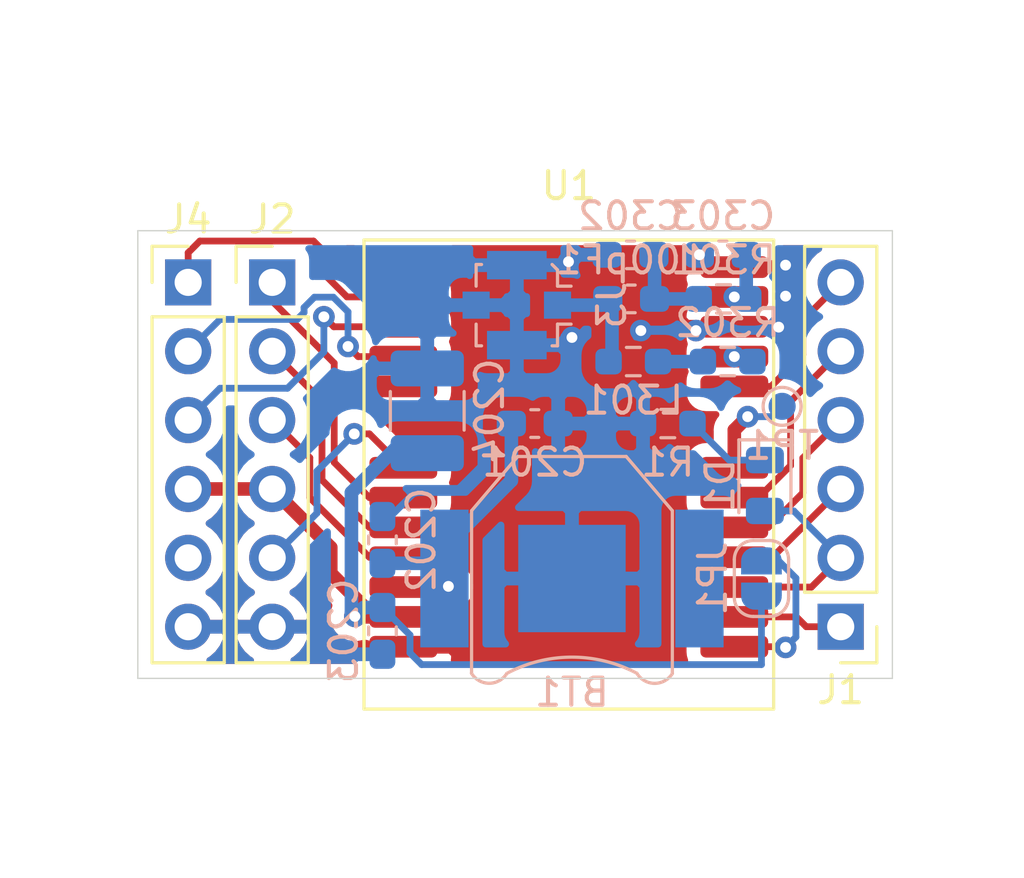
<source format=kicad_pcb>
(kicad_pcb (version 20171130) (host pcbnew 5.1.9+dfsg1-1)

  (general
    (thickness 1.6)
    (drawings 4)
    (tracks 136)
    (zones 0)
    (modules 20)
    (nets 27)
  )

  (page A4)
  (layers
    (0 F.Cu signal)
    (31 B.Cu signal)
    (32 B.Adhes user)
    (33 F.Adhes user)
    (34 B.Paste user)
    (35 F.Paste user)
    (36 B.SilkS user)
    (37 F.SilkS user)
    (38 B.Mask user)
    (39 F.Mask user)
    (40 Dwgs.User user)
    (41 Cmts.User user)
    (42 Eco1.User user)
    (43 Eco2.User user)
    (44 Edge.Cuts user)
    (45 Margin user)
    (46 B.CrtYd user)
    (47 F.CrtYd user)
    (48 B.Fab user)
    (49 F.Fab user)
  )

  (setup
    (last_trace_width 0.25)
    (user_trace_width 0.5)
    (trace_clearance 0.2)
    (zone_clearance 0.508)
    (zone_45_only no)
    (trace_min 0.2)
    (via_size 0.8)
    (via_drill 0.4)
    (via_min_size 0.4)
    (via_min_drill 0.3)
    (uvia_size 0.3)
    (uvia_drill 0.1)
    (uvias_allowed no)
    (uvia_min_size 0.2)
    (uvia_min_drill 0.1)
    (edge_width 0.05)
    (segment_width 0.2)
    (pcb_text_width 0.3)
    (pcb_text_size 1.5 1.5)
    (mod_edge_width 0.12)
    (mod_text_size 1 1)
    (mod_text_width 0.15)
    (pad_size 1.524 1.524)
    (pad_drill 0.762)
    (pad_to_mask_clearance 0)
    (aux_axis_origin 0 0)
    (visible_elements FFFFFF7F)
    (pcbplotparams
      (layerselection 0x010fc_ffffffff)
      (usegerberextensions false)
      (usegerberattributes true)
      (usegerberadvancedattributes true)
      (creategerberjobfile true)
      (excludeedgelayer true)
      (linewidth 0.100000)
      (plotframeref false)
      (viasonmask false)
      (mode 1)
      (useauxorigin false)
      (hpglpennumber 1)
      (hpglpenspeed 20)
      (hpglpendiameter 15.000000)
      (psnegative false)
      (psa4output false)
      (plotreference true)
      (plotvalue true)
      (plotinvisibletext false)
      (padsonsilk false)
      (subtractmaskfromsilk false)
      (outputformat 1)
      (mirror false)
      (drillshape 0)
      (scaleselection 1)
      (outputdirectory "LC29D_Breakout/"))
  )

  (net 0 "")
  (net 1 "Net-(100pF1-Pad2)")
  (net 2 "Net-(100pF1-Pad1)")
  (net 3 GND)
  (net 4 /V_Backup)
  (net 5 VCC)
  (net 6 /RX_2)
  (net 7 /TX_2)
  (net 8 "Net-(J2-Pad5)")
  (net 9 "Net-(J2-Pad3)")
  (net 10 "Net-(J2-Pad2)")
  (net 11 "Net-(J2-Pad1)")
  (net 12 "Net-(L301-Pad2)")
  (net 13 /VCC_RF)
  (net 14 "Net-(U1-Pad17)")
  (net 15 /LDA_enable)
  (net 16 /RF_in)
  (net 17 /N_Standby)
  (net 18 "Net-(TP1-Pad1)")
  (net 19 /I2C_SDA)
  (net 20 /I2C_SCL)
  (net 21 /WheelTick)
  (net 22 /PPS)
  (net 23 /FwD)
  (net 24 "Net-(JP1-Pad1)")
  (net 25 "Net-(J4-Pad5)")
  (net 26 "Net-(D1-Pad1)")

  (net_class Default "This is the default net class."
    (clearance 0.2)
    (trace_width 0.25)
    (via_dia 0.8)
    (via_drill 0.4)
    (uvia_dia 0.3)
    (uvia_drill 0.1)
    (add_net /FwD)
    (add_net /I2C_SCL)
    (add_net /I2C_SDA)
    (add_net /LDA_enable)
    (add_net /N_Standby)
    (add_net /PPS)
    (add_net /RF_in)
    (add_net /RX_2)
    (add_net /TX_2)
    (add_net /VCC_RF)
    (add_net /V_Backup)
    (add_net /WheelTick)
    (add_net GND)
    (add_net "Net-(100pF1-Pad1)")
    (add_net "Net-(100pF1-Pad2)")
    (add_net "Net-(D1-Pad1)")
    (add_net "Net-(J2-Pad1)")
    (add_net "Net-(J2-Pad2)")
    (add_net "Net-(J2-Pad3)")
    (add_net "Net-(J2-Pad5)")
    (add_net "Net-(J4-Pad5)")
    (add_net "Net-(JP1-Pad1)")
    (add_net "Net-(L301-Pad2)")
    (add_net "Net-(TP1-Pad1)")
    (add_net "Net-(U1-Pad17)")
    (add_net VCC)
  )

  (module Resistor_SMD:R_0603_1608Metric_Pad0.98x0.95mm_HandSolder (layer B.Cu) (tedit 5F68FEEE) (tstamp 61BE857C)
    (at 68.8105 49.911)
    (descr "Resistor SMD 0603 (1608 Metric), square (rectangular) end terminal, IPC_7351 nominal with elongated pad for handsoldering. (Body size source: IPC-SM-782 page 72, https://www.pcb-3d.com/wordpress/wp-content/uploads/ipc-sm-782a_amendment_1_and_2.pdf), generated with kicad-footprint-generator")
    (tags "resistor handsolder")
    (path /61BEC890)
    (attr smd)
    (fp_text reference R1 (at 0 1.43) (layer B.SilkS)
      (effects (font (size 1 1) (thickness 0.15)) (justify mirror))
    )
    (fp_text value R (at 0 -1.43) (layer B.Fab)
      (effects (font (size 1 1) (thickness 0.15)) (justify mirror))
    )
    (fp_line (start 1.65 -0.73) (end -1.65 -0.73) (layer B.CrtYd) (width 0.05))
    (fp_line (start 1.65 0.73) (end 1.65 -0.73) (layer B.CrtYd) (width 0.05))
    (fp_line (start -1.65 0.73) (end 1.65 0.73) (layer B.CrtYd) (width 0.05))
    (fp_line (start -1.65 -0.73) (end -1.65 0.73) (layer B.CrtYd) (width 0.05))
    (fp_line (start -0.254724 -0.5225) (end 0.254724 -0.5225) (layer B.SilkS) (width 0.12))
    (fp_line (start -0.254724 0.5225) (end 0.254724 0.5225) (layer B.SilkS) (width 0.12))
    (fp_line (start 0.8 -0.4125) (end -0.8 -0.4125) (layer B.Fab) (width 0.1))
    (fp_line (start 0.8 0.4125) (end 0.8 -0.4125) (layer B.Fab) (width 0.1))
    (fp_line (start -0.8 0.4125) (end 0.8 0.4125) (layer B.Fab) (width 0.1))
    (fp_line (start -0.8 -0.4125) (end -0.8 0.4125) (layer B.Fab) (width 0.1))
    (fp_text user %R (at 0 0) (layer B.Fab)
      (effects (font (size 0.4 0.4) (thickness 0.06)) (justify mirror))
    )
    (pad 2 smd roundrect (at 0.9125 0) (size 0.975 0.95) (layers B.Cu B.Paste B.Mask) (roundrect_rratio 0.25)
      (net 26 "Net-(D1-Pad1)"))
    (pad 1 smd roundrect (at -0.9125 0) (size 0.975 0.95) (layers B.Cu B.Paste B.Mask) (roundrect_rratio 0.25)
      (net 3 GND))
    (model ${KISYS3DMOD}/Resistor_SMD.3dshapes/R_0603_1608Metric.wrl
      (at (xyz 0 0 0))
      (scale (xyz 1 1 1))
      (rotate (xyz 0 0 0))
    )
  )

  (module LED_SMD:LED_0805_2012Metric (layer B.Cu) (tedit 5F68FEF1) (tstamp 61BE8451)
    (at 72.39 52.197 270)
    (descr "LED SMD 0805 (2012 Metric), square (rectangular) end terminal, IPC_7351 nominal, (Body size source: https://docs.google.com/spreadsheets/d/1BsfQQcO9C6DZCsRaXUlFlo91Tg2WpOkGARC1WS5S8t0/edit?usp=sharing), generated with kicad-footprint-generator")
    (tags LED)
    (path /61BEC114)
    (attr smd)
    (fp_text reference D1 (at 0 1.65 90) (layer B.SilkS)
      (effects (font (size 1 1) (thickness 0.15)) (justify mirror))
    )
    (fp_text value LED (at 0 -1.65 90) (layer B.Fab)
      (effects (font (size 1 1) (thickness 0.15)) (justify mirror))
    )
    (fp_line (start 1.68 -0.95) (end -1.68 -0.95) (layer B.CrtYd) (width 0.05))
    (fp_line (start 1.68 0.95) (end 1.68 -0.95) (layer B.CrtYd) (width 0.05))
    (fp_line (start -1.68 0.95) (end 1.68 0.95) (layer B.CrtYd) (width 0.05))
    (fp_line (start -1.68 -0.95) (end -1.68 0.95) (layer B.CrtYd) (width 0.05))
    (fp_line (start -1.685 -0.96) (end 1 -0.96) (layer B.SilkS) (width 0.12))
    (fp_line (start -1.685 0.96) (end -1.685 -0.96) (layer B.SilkS) (width 0.12))
    (fp_line (start 1 0.96) (end -1.685 0.96) (layer B.SilkS) (width 0.12))
    (fp_line (start 1 -0.6) (end 1 0.6) (layer B.Fab) (width 0.1))
    (fp_line (start -1 -0.6) (end 1 -0.6) (layer B.Fab) (width 0.1))
    (fp_line (start -1 0.3) (end -1 -0.6) (layer B.Fab) (width 0.1))
    (fp_line (start -0.7 0.6) (end -1 0.3) (layer B.Fab) (width 0.1))
    (fp_line (start 1 0.6) (end -0.7 0.6) (layer B.Fab) (width 0.1))
    (fp_text user %R (at 0 0 90) (layer B.Fab)
      (effects (font (size 0.5 0.5) (thickness 0.08)) (justify mirror))
    )
    (pad 2 smd roundrect (at 0.9375 0 270) (size 0.975 1.4) (layers B.Cu B.Paste B.Mask) (roundrect_rratio 0.25)
      (net 22 /PPS))
    (pad 1 smd roundrect (at -0.9375 0 270) (size 0.975 1.4) (layers B.Cu B.Paste B.Mask) (roundrect_rratio 0.25)
      (net 26 "Net-(D1-Pad1)"))
    (model ${KISYS3DMOD}/LED_SMD.3dshapes/LED_0805_2012Metric.wrl
      (at (xyz 0 0 0))
      (scale (xyz 1 1 1))
      (rotate (xyz 0 0 0))
    )
  )

  (module Jumper:SolderJumper-2_P1.3mm_Open_RoundedPad1.0x1.5mm (layer B.Cu) (tedit 5B391E66) (tstamp 61BE016A)
    (at 72.263 55.626 270)
    (descr "SMD Solder Jumper, 1x1.5mm, rounded Pads, 0.3mm gap, open")
    (tags "solder jumper open")
    (path /61C63CF4)
    (attr virtual)
    (fp_text reference JP1 (at 0 1.8 90) (layer B.SilkS)
      (effects (font (size 1 1) (thickness 0.15)) (justify mirror))
    )
    (fp_text value Jumper (at 0 -1.9 90) (layer B.Fab)
      (effects (font (size 1 1) (thickness 0.15)) (justify mirror))
    )
    (fp_line (start -1.4 -0.3) (end -1.4 0.3) (layer B.SilkS) (width 0.12))
    (fp_line (start 0.7 -1) (end -0.7 -1) (layer B.SilkS) (width 0.12))
    (fp_line (start 1.4 0.3) (end 1.4 -0.3) (layer B.SilkS) (width 0.12))
    (fp_line (start -0.7 1) (end 0.7 1) (layer B.SilkS) (width 0.12))
    (fp_line (start -1.65 1.25) (end 1.65 1.25) (layer B.CrtYd) (width 0.05))
    (fp_line (start -1.65 1.25) (end -1.65 -1.25) (layer B.CrtYd) (width 0.05))
    (fp_line (start 1.65 -1.25) (end 1.65 1.25) (layer B.CrtYd) (width 0.05))
    (fp_line (start 1.65 -1.25) (end -1.65 -1.25) (layer B.CrtYd) (width 0.05))
    (fp_arc (start -0.7 0.3) (end -0.7 1) (angle 90) (layer B.SilkS) (width 0.12))
    (fp_arc (start -0.7 -0.3) (end -1.4 -0.3) (angle 90) (layer B.SilkS) (width 0.12))
    (fp_arc (start 0.7 -0.3) (end 0.7 -1) (angle 90) (layer B.SilkS) (width 0.12))
    (fp_arc (start 0.7 0.3) (end 1.4 0.3) (angle 90) (layer B.SilkS) (width 0.12))
    (pad 2 smd custom (at 0.65 0 270) (size 1 0.5) (layers B.Cu B.Mask)
      (net 5 VCC) (zone_connect 2)
      (options (clearance outline) (anchor rect))
      (primitives
        (gr_circle (center 0 -0.25) (end 0.5 -0.25) (width 0))
        (gr_circle (center 0 0.25) (end 0.5 0.25) (width 0))
        (gr_poly (pts
           (xy 0 0.75) (xy -0.5 0.75) (xy -0.5 -0.75) (xy 0 -0.75)) (width 0))
      ))
    (pad 1 smd custom (at -0.65 0 270) (size 1 0.5) (layers B.Cu B.Mask)
      (net 24 "Net-(JP1-Pad1)") (zone_connect 2)
      (options (clearance outline) (anchor rect))
      (primitives
        (gr_circle (center 0 -0.25) (end 0.5 -0.25) (width 0))
        (gr_circle (center 0 0.25) (end 0.5 0.25) (width 0))
        (gr_poly (pts
           (xy 0 0.75) (xy 0.5 0.75) (xy 0.5 -0.75) (xy 0 -0.75)) (width 0))
      ))
  )

  (module TestPoint:TestPoint_Pad_D1.0mm (layer B.Cu) (tedit 5A0F774F) (tstamp 61BDFA18)
    (at 73.025 49.276)
    (descr "SMD pad as test Point, diameter 1.0mm")
    (tags "test point SMD pad")
    (path /61BE5EF8)
    (attr virtual)
    (fp_text reference TP1 (at 0 1.448) (layer B.SilkS)
      (effects (font (size 1 1) (thickness 0.15)) (justify mirror))
    )
    (fp_text value TestPoint (at 0 -1.55) (layer B.Fab)
      (effects (font (size 1 1) (thickness 0.15)) (justify mirror))
    )
    (fp_circle (center 0 0) (end 1 0) (layer B.CrtYd) (width 0.05))
    (fp_circle (center 0 0) (end 0 -0.7) (layer B.SilkS) (width 0.12))
    (fp_text user %R (at 0 1.45) (layer B.Fab)
      (effects (font (size 1 1) (thickness 0.15)) (justify mirror))
    )
    (pad 1 smd circle (at 0 0) (size 1 1) (layers B.Cu B.Mask)
      (net 18 "Net-(TP1-Pad1)"))
  )

  (module Connector_PinHeader_2.54mm:PinHeader_1x06_P2.54mm_Vertical (layer F.Cu) (tedit 59FED5CC) (tstamp 61BDE442)
    (at 75.184 57.404 180)
    (descr "Through hole straight pin header, 1x06, 2.54mm pitch, single row")
    (tags "Through hole pin header THT 1x06 2.54mm single row")
    (path /61D1BF07)
    (fp_text reference J1 (at 0 -2.33) (layer F.SilkS)
      (effects (font (size 1 1) (thickness 0.15)))
    )
    (fp_text value Conn_01x06_Male (at 0 15.03) (layer F.Fab)
      (effects (font (size 1 1) (thickness 0.15)))
    )
    (fp_line (start -0.635 -1.27) (end 1.27 -1.27) (layer F.Fab) (width 0.1))
    (fp_line (start 1.27 -1.27) (end 1.27 13.97) (layer F.Fab) (width 0.1))
    (fp_line (start 1.27 13.97) (end -1.27 13.97) (layer F.Fab) (width 0.1))
    (fp_line (start -1.27 13.97) (end -1.27 -0.635) (layer F.Fab) (width 0.1))
    (fp_line (start -1.27 -0.635) (end -0.635 -1.27) (layer F.Fab) (width 0.1))
    (fp_line (start -1.33 14.03) (end 1.33 14.03) (layer F.SilkS) (width 0.12))
    (fp_line (start -1.33 1.27) (end -1.33 14.03) (layer F.SilkS) (width 0.12))
    (fp_line (start 1.33 1.27) (end 1.33 14.03) (layer F.SilkS) (width 0.12))
    (fp_line (start -1.33 1.27) (end 1.33 1.27) (layer F.SilkS) (width 0.12))
    (fp_line (start -1.33 0) (end -1.33 -1.33) (layer F.SilkS) (width 0.12))
    (fp_line (start -1.33 -1.33) (end 0 -1.33) (layer F.SilkS) (width 0.12))
    (fp_line (start -1.8 -1.8) (end -1.8 14.5) (layer F.CrtYd) (width 0.05))
    (fp_line (start -1.8 14.5) (end 1.8 14.5) (layer F.CrtYd) (width 0.05))
    (fp_line (start 1.8 14.5) (end 1.8 -1.8) (layer F.CrtYd) (width 0.05))
    (fp_line (start 1.8 -1.8) (end -1.8 -1.8) (layer F.CrtYd) (width 0.05))
    (fp_text user %R (at 0 6.35 90) (layer F.Fab)
      (effects (font (size 1 1) (thickness 0.15)))
    )
    (pad 6 thru_hole oval (at 0 12.7 180) (size 1.7 1.7) (drill 1) (layers *.Cu *.Mask)
      (net 17 /N_Standby))
    (pad 5 thru_hole oval (at 0 10.16 180) (size 1.7 1.7) (drill 1) (layers *.Cu *.Mask)
      (net 19 /I2C_SDA))
    (pad 4 thru_hole oval (at 0 7.62 180) (size 1.7 1.7) (drill 1) (layers *.Cu *.Mask)
      (net 20 /I2C_SCL))
    (pad 3 thru_hole oval (at 0 5.08 180) (size 1.7 1.7) (drill 1) (layers *.Cu *.Mask)
      (net 21 /WheelTick))
    (pad 2 thru_hole oval (at 0 2.54 180) (size 1.7 1.7) (drill 1) (layers *.Cu *.Mask)
      (net 22 /PPS))
    (pad 1 thru_hole rect (at 0 0 180) (size 1.7 1.7) (drill 1) (layers *.Cu *.Mask)
      (net 23 /FwD))
    (model ${KISYS3DMOD}/Connector_PinHeader_2.54mm.3dshapes/PinHeader_1x06_P2.54mm_Vertical.wrl
      (at (xyz 0 0 0))
      (scale (xyz 1 1 1))
      (rotate (xyz 0 0 0))
    )
  )

  (module Connector_PinHeader_2.54mm:PinHeader_1x06_P2.54mm_Vertical (layer F.Cu) (tedit 59FED5CC) (tstamp 61BDCBCE)
    (at 51.132 44.704)
    (descr "Through hole straight pin header, 1x06, 2.54mm pitch, single row")
    (tags "Through hole pin header THT 1x06 2.54mm single row")
    (path /61CD8F01)
    (fp_text reference J4 (at 0 -2.33) (layer F.SilkS)
      (effects (font (size 1 1) (thickness 0.15)))
    )
    (fp_text value Conn_01x06_Male (at 0 15.03) (layer F.Fab)
      (effects (font (size 1 1) (thickness 0.15)))
    )
    (fp_line (start -0.635 -1.27) (end 1.27 -1.27) (layer F.Fab) (width 0.1))
    (fp_line (start 1.27 -1.27) (end 1.27 13.97) (layer F.Fab) (width 0.1))
    (fp_line (start 1.27 13.97) (end -1.27 13.97) (layer F.Fab) (width 0.1))
    (fp_line (start -1.27 13.97) (end -1.27 -0.635) (layer F.Fab) (width 0.1))
    (fp_line (start -1.27 -0.635) (end -0.635 -1.27) (layer F.Fab) (width 0.1))
    (fp_line (start -1.33 14.03) (end 1.33 14.03) (layer F.SilkS) (width 0.12))
    (fp_line (start -1.33 1.27) (end -1.33 14.03) (layer F.SilkS) (width 0.12))
    (fp_line (start 1.33 1.27) (end 1.33 14.03) (layer F.SilkS) (width 0.12))
    (fp_line (start -1.33 1.27) (end 1.33 1.27) (layer F.SilkS) (width 0.12))
    (fp_line (start -1.33 0) (end -1.33 -1.33) (layer F.SilkS) (width 0.12))
    (fp_line (start -1.33 -1.33) (end 0 -1.33) (layer F.SilkS) (width 0.12))
    (fp_line (start -1.8 -1.8) (end -1.8 14.5) (layer F.CrtYd) (width 0.05))
    (fp_line (start -1.8 14.5) (end 1.8 14.5) (layer F.CrtYd) (width 0.05))
    (fp_line (start 1.8 14.5) (end 1.8 -1.8) (layer F.CrtYd) (width 0.05))
    (fp_line (start 1.8 -1.8) (end -1.8 -1.8) (layer F.CrtYd) (width 0.05))
    (fp_text user %R (at 0 6.35 90) (layer F.Fab)
      (effects (font (size 1 1) (thickness 0.15)))
    )
    (pad 6 thru_hole oval (at 0 12.7) (size 1.7 1.7) (drill 1) (layers *.Cu *.Mask)
      (net 3 GND))
    (pad 5 thru_hole oval (at 0 10.16) (size 1.7 1.7) (drill 1) (layers *.Cu *.Mask)
      (net 25 "Net-(J4-Pad5)"))
    (pad 4 thru_hole oval (at 0 7.62) (size 1.7 1.7) (drill 1) (layers *.Cu *.Mask)
      (net 5 VCC))
    (pad 3 thru_hole oval (at 0 5.08) (size 1.7 1.7) (drill 1) (layers *.Cu *.Mask)
      (net 6 /RX_2))
    (pad 2 thru_hole oval (at 0 2.54) (size 1.7 1.7) (drill 1) (layers *.Cu *.Mask)
      (net 7 /TX_2))
    (pad 1 thru_hole rect (at 0 0) (size 1.7 1.7) (drill 1) (layers *.Cu *.Mask)
      (net 15 /LDA_enable))
    (model ${KISYS3DMOD}/Connector_PinHeader_2.54mm.3dshapes/PinHeader_1x06_P2.54mm_Vertical.wrl
      (at (xyz 0 0 0))
      (scale (xyz 1 1 1))
      (rotate (xyz 0 0 0))
    )
  )

  (module LC29D:LC29D (layer F.Cu) (tedit 61BB2AFA) (tstamp 61BD9958)
    (at 65.1628 44.1416)
    (descr "LC29D CPS")
    (tags LC29D)
    (path /61BD2090)
    (fp_text reference U1 (at 0 -3) (layer F.SilkS)
      (effects (font (size 1 1) (thickness 0.15)))
    )
    (fp_text value LC29D (at 1.5 3) (layer F.Fab)
      (effects (font (size 1 1) (thickness 0.15)))
    )
    (fp_line (start -7.55 -1) (end -7.55 16.3) (layer F.SilkS) (width 0.12))
    (fp_line (start -7.55 16.3) (end 7.55 16.3) (layer F.SilkS) (width 0.12))
    (fp_line (start 7.55 16.3) (end 7.55 -1) (layer F.SilkS) (width 0.12))
    (fp_line (start 7.55 -1) (end -7.55 -1) (layer F.SilkS) (width 0.12))
    (fp_line (start -7.8 -1.25) (end -7.8 16.55) (layer F.CrtYd) (width 0.05))
    (fp_line (start -7.8 16.55) (end 7.8 16.55) (layer F.CrtYd) (width 0.05))
    (fp_line (start 7.8 16.55) (end 7.8 -1.25) (layer F.CrtYd) (width 0.05))
    (fp_line (start 7.8 -1.25) (end -7.8 -1.25) (layer F.CrtYd) (width 0.05))
    (pad 24 smd roundrect (at -6.1 14) (size 2.5 0.8) (layers F.Cu F.Paste F.Mask) (roundrect_rratio 0.25)
      (net 3 GND))
    (pad 23 smd roundrect (at -6.1 12.9) (size 2.5 0.8) (layers F.Cu F.Paste F.Mask) (roundrect_rratio 0.25)
      (net 5 VCC))
    (pad 22 smd roundrect (at -6.1 11.8) (size 2.5 0.8) (layers F.Cu F.Paste F.Mask) (roundrect_rratio 0.25)
      (net 4 /V_Backup))
    (pad 21 smd roundrect (at -6.1 10.7) (size 2.5 0.8) (layers F.Cu F.Paste F.Mask) (roundrect_rratio 0.25)
      (net 9 "Net-(J2-Pad3)"))
    (pad 20 smd roundrect (at -6.1 9.6) (size 2.5 0.8) (layers F.Cu F.Paste F.Mask) (roundrect_rratio 0.25)
      (net 10 "Net-(J2-Pad2)"))
    (pad 19 smd roundrect (at -6.1 8.5) (size 2.5 0.8) (layers F.Cu F.Paste F.Mask) (roundrect_rratio 0.25)
      (net 11 "Net-(J2-Pad1)"))
    (pad 18 smd roundrect (at -6.1 7.4) (size 2.5 0.8) (layers F.Cu F.Paste F.Mask) (roundrect_rratio 0.25)
      (net 8 "Net-(J2-Pad5)"))
    (pad 17 smd roundrect (at -6.1 4.4) (size 2.5 0.8) (layers F.Cu F.Paste F.Mask) (roundrect_rratio 0.25)
      (net 14 "Net-(U1-Pad17)"))
    (pad 16 smd roundrect (at -6.1 3.3) (size 2.5 0.8) (layers F.Cu F.Paste F.Mask) (roundrect_rratio 0.25)
      (net 7 /TX_2))
    (pad 15 smd roundrect (at -6.1 2.2) (size 2.5 0.8) (layers F.Cu F.Paste F.Mask) (roundrect_rratio 0.25)
      (net 6 /RX_2))
    (pad 14 smd roundrect (at -6.1 1.1) (size 2.5 0.8) (layers F.Cu F.Paste F.Mask) (roundrect_rratio 0.25)
      (net 15 /LDA_enable))
    (pad 13 smd roundrect (at -6.1 0) (size 2.5 0.8) (layers F.Cu F.Paste F.Mask) (roundrect_rratio 0.25)
      (net 3 GND))
    (pad 12 smd roundrect (at 6.1 0) (size 2.5 0.8) (layers F.Cu F.Paste F.Mask) (roundrect_rratio 0.25)
      (net 3 GND))
    (pad 11 smd roundrect (at 6.1 1.1) (size 2.5 0.8) (layers F.Cu F.Paste F.Mask) (roundrect_rratio 0.25)
      (net 16 /RF_in))
    (pad 10 smd roundrect (at 6.1 2.2) (size 2.5 0.8) (layers F.Cu F.Paste F.Mask) (roundrect_rratio 0.25)
      (net 3 GND))
    (pad 9 smd roundrect (at 6.1 3.3) (size 2.5 0.8) (layers F.Cu F.Paste F.Mask) (roundrect_rratio 0.25)
      (net 13 /VCC_RF))
    (pad 8 smd roundrect (at 6.1 4.4) (size 2.5 0.8) (layers F.Cu F.Paste F.Mask) (roundrect_rratio 0.25)
      (net 17 /N_Standby))
    (pad 7 smd roundrect (at 6.1 7.4) (size 2.5 0.8) (layers F.Cu F.Paste F.Mask) (roundrect_rratio 0.25)
      (net 18 "Net-(TP1-Pad1)"))
    (pad 6 smd roundrect (at 6.1 8.5) (size 2.5 0.8) (layers F.Cu F.Paste F.Mask) (roundrect_rratio 0.25)
      (net 19 /I2C_SDA))
    (pad 5 smd roundrect (at 6.1 9.6) (size 2.5 0.8) (layers F.Cu F.Paste F.Mask) (roundrect_rratio 0.25)
      (net 20 /I2C_SCL))
    (pad 4 smd roundrect (at 6.1 10.7) (size 2.5 0.8) (layers F.Cu F.Paste F.Mask) (roundrect_rratio 0.25)
      (net 21 /WheelTick))
    (pad 3 smd roundrect (at 6.1 11.8) (size 2.5 0.8) (layers F.Cu F.Paste F.Mask) (roundrect_rratio 0.25)
      (net 22 /PPS))
    (pad 2 smd roundrect (at 6.1 12.9) (size 2.5 0.8) (layers F.Cu F.Paste F.Mask) (roundrect_rratio 0.25)
      (net 23 /FwD))
    (pad 1 smd roundrect (at 6.1 14) (size 2.5 0.8) (layers F.Cu F.Paste F.Mask) (roundrect_rratio 0.25)
      (net 24 "Net-(JP1-Pad1)"))
  )

  (module Resistor_SMD:R_0603_1608Metric_Pad0.98x0.95mm_HandSolder (layer B.Cu) (tedit 5F68FEEE) (tstamp 61BD9916)
    (at 71.0165 47.625 180)
    (descr "Resistor SMD 0603 (1608 Metric), square (rectangular) end terminal, IPC_7351 nominal with elongated pad for handsoldering. (Body size source: IPC-SM-782 page 72, https://www.pcb-3d.com/wordpress/wp-content/uploads/ipc-sm-782a_amendment_1_and_2.pdf), generated with kicad-footprint-generator")
    (tags "resistor handsolder")
    (path /61C267B9)
    (attr smd)
    (fp_text reference R302 (at 0 1.43) (layer B.SilkS)
      (effects (font (size 1 1) (thickness 0.15)) (justify mirror))
    )
    (fp_text value 10R (at 0 -1.43) (layer B.Fab)
      (effects (font (size 1 1) (thickness 0.15)) (justify mirror))
    )
    (fp_line (start -0.8 -0.4125) (end -0.8 0.4125) (layer B.Fab) (width 0.1))
    (fp_line (start -0.8 0.4125) (end 0.8 0.4125) (layer B.Fab) (width 0.1))
    (fp_line (start 0.8 0.4125) (end 0.8 -0.4125) (layer B.Fab) (width 0.1))
    (fp_line (start 0.8 -0.4125) (end -0.8 -0.4125) (layer B.Fab) (width 0.1))
    (fp_line (start -0.254724 0.5225) (end 0.254724 0.5225) (layer B.SilkS) (width 0.12))
    (fp_line (start -0.254724 -0.5225) (end 0.254724 -0.5225) (layer B.SilkS) (width 0.12))
    (fp_line (start -1.65 -0.73) (end -1.65 0.73) (layer B.CrtYd) (width 0.05))
    (fp_line (start -1.65 0.73) (end 1.65 0.73) (layer B.CrtYd) (width 0.05))
    (fp_line (start 1.65 0.73) (end 1.65 -0.73) (layer B.CrtYd) (width 0.05))
    (fp_line (start 1.65 -0.73) (end -1.65 -0.73) (layer B.CrtYd) (width 0.05))
    (fp_text user %R (at 0 0) (layer B.Fab)
      (effects (font (size 0.4 0.4) (thickness 0.06)) (justify mirror))
    )
    (pad 2 smd roundrect (at 0.9125 0 180) (size 0.975 0.95) (layers B.Cu B.Paste B.Mask) (roundrect_rratio 0.25)
      (net 12 "Net-(L301-Pad2)"))
    (pad 1 smd roundrect (at -0.9125 0 180) (size 0.975 0.95) (layers B.Cu B.Paste B.Mask) (roundrect_rratio 0.25)
      (net 13 /VCC_RF))
    (model ${KISYS3DMOD}/Resistor_SMD.3dshapes/R_0603_1608Metric.wrl
      (at (xyz 0 0 0))
      (scale (xyz 1 1 1))
      (rotate (xyz 0 0 0))
    )
  )

  (module Resistor_SMD:R_0603_1608Metric_Pad0.98x0.95mm_HandSolder (layer B.Cu) (tedit 5F68FEEE) (tstamp 61BD9905)
    (at 70.8641 45.3136 180)
    (descr "Resistor SMD 0603 (1608 Metric), square (rectangular) end terminal, IPC_7351 nominal with elongated pad for handsoldering. (Body size source: IPC-SM-782 page 72, https://www.pcb-3d.com/wordpress/wp-content/uploads/ipc-sm-782a_amendment_1_and_2.pdf), generated with kicad-footprint-generator")
    (tags "resistor handsolder")
    (path /61C2621B)
    (attr smd)
    (fp_text reference R301 (at 0 1.43) (layer B.SilkS)
      (effects (font (size 1 1) (thickness 0.15)) (justify mirror))
    )
    (fp_text value 0R (at 0 -1.43) (layer B.Fab)
      (effects (font (size 1 1) (thickness 0.15)) (justify mirror))
    )
    (fp_line (start -0.8 -0.4125) (end -0.8 0.4125) (layer B.Fab) (width 0.1))
    (fp_line (start -0.8 0.4125) (end 0.8 0.4125) (layer B.Fab) (width 0.1))
    (fp_line (start 0.8 0.4125) (end 0.8 -0.4125) (layer B.Fab) (width 0.1))
    (fp_line (start 0.8 -0.4125) (end -0.8 -0.4125) (layer B.Fab) (width 0.1))
    (fp_line (start -0.254724 0.5225) (end 0.254724 0.5225) (layer B.SilkS) (width 0.12))
    (fp_line (start -0.254724 -0.5225) (end 0.254724 -0.5225) (layer B.SilkS) (width 0.12))
    (fp_line (start -1.65 -0.73) (end -1.65 0.73) (layer B.CrtYd) (width 0.05))
    (fp_line (start -1.65 0.73) (end 1.65 0.73) (layer B.CrtYd) (width 0.05))
    (fp_line (start 1.65 0.73) (end 1.65 -0.73) (layer B.CrtYd) (width 0.05))
    (fp_line (start 1.65 -0.73) (end -1.65 -0.73) (layer B.CrtYd) (width 0.05))
    (fp_text user %R (at 0 0) (layer B.Fab)
      (effects (font (size 0.4 0.4) (thickness 0.06)) (justify mirror))
    )
    (pad 2 smd roundrect (at 0.9125 0 180) (size 0.975 0.95) (layers B.Cu B.Paste B.Mask) (roundrect_rratio 0.25)
      (net 2 "Net-(100pF1-Pad1)"))
    (pad 1 smd roundrect (at -0.9125 0 180) (size 0.975 0.95) (layers B.Cu B.Paste B.Mask) (roundrect_rratio 0.25)
      (net 16 /RF_in))
    (model ${KISYS3DMOD}/Resistor_SMD.3dshapes/R_0603_1608Metric.wrl
      (at (xyz 0 0 0))
      (scale (xyz 1 1 1))
      (rotate (xyz 0 0 0))
    )
  )

  (module Resistor_SMD:R_0603_1608Metric_Pad0.98x0.95mm_HandSolder (layer B.Cu) (tedit 5F68FEEE) (tstamp 61BDA1C4)
    (at 67.5405 47.625)
    (descr "Resistor SMD 0603 (1608 Metric), square (rectangular) end terminal, IPC_7351 nominal with elongated pad for handsoldering. (Body size source: IPC-SM-782 page 72, https://www.pcb-3d.com/wordpress/wp-content/uploads/ipc-sm-782a_amendment_1_and_2.pdf), generated with kicad-footprint-generator")
    (tags "resistor handsolder")
    (path /61C27585)
    (attr smd)
    (fp_text reference L301 (at 0 1.43) (layer B.SilkS)
      (effects (font (size 1 1) (thickness 0.15)) (justify mirror))
    )
    (fp_text value 68nH (at 0 -1.43) (layer B.Fab)
      (effects (font (size 1 1) (thickness 0.15)) (justify mirror))
    )
    (fp_line (start -0.8 -0.4125) (end -0.8 0.4125) (layer B.Fab) (width 0.1))
    (fp_line (start -0.8 0.4125) (end 0.8 0.4125) (layer B.Fab) (width 0.1))
    (fp_line (start 0.8 0.4125) (end 0.8 -0.4125) (layer B.Fab) (width 0.1))
    (fp_line (start 0.8 -0.4125) (end -0.8 -0.4125) (layer B.Fab) (width 0.1))
    (fp_line (start -0.254724 0.5225) (end 0.254724 0.5225) (layer B.SilkS) (width 0.12))
    (fp_line (start -0.254724 -0.5225) (end 0.254724 -0.5225) (layer B.SilkS) (width 0.12))
    (fp_line (start -1.65 -0.73) (end -1.65 0.73) (layer B.CrtYd) (width 0.05))
    (fp_line (start -1.65 0.73) (end 1.65 0.73) (layer B.CrtYd) (width 0.05))
    (fp_line (start 1.65 0.73) (end 1.65 -0.73) (layer B.CrtYd) (width 0.05))
    (fp_line (start 1.65 -0.73) (end -1.65 -0.73) (layer B.CrtYd) (width 0.05))
    (fp_text user %R (at 0 0) (layer B.Fab)
      (effects (font (size 0.4 0.4) (thickness 0.06)) (justify mirror))
    )
    (pad 2 smd roundrect (at 0.9125 0) (size 0.975 0.95) (layers B.Cu B.Paste B.Mask) (roundrect_rratio 0.25)
      (net 12 "Net-(L301-Pad2)"))
    (pad 1 smd roundrect (at -0.9125 0) (size 0.975 0.95) (layers B.Cu B.Paste B.Mask) (roundrect_rratio 0.25)
      (net 1 "Net-(100pF1-Pad2)"))
    (model ${KISYS3DMOD}/Resistor_SMD.3dshapes/R_0603_1608Metric.wrl
      (at (xyz 0 0 0))
      (scale (xyz 1 1 1))
      (rotate (xyz 0 0 0))
    )
  )

  (module Connector_Coaxial:U.FL_Molex_MCRF_73412-0110_Vertical (layer B.Cu) (tedit 5A1B5B59) (tstamp 61BD98D5)
    (at 63.246 45.544 270)
    (descr "Molex Microcoaxial RF Connectors (MCRF), mates Hirose U.FL, (http://www.molex.com/pdm_docs/sd/734120110_sd.pdf)")
    (tags "mcrf hirose ufl u.fl microcoaxial")
    (path /61C21F28)
    (attr smd)
    (fp_text reference J3 (at 0 -3.5 90) (layer B.SilkS)
      (effects (font (size 1 1) (thickness 0.15)) (justify mirror))
    )
    (fp_text value Conn_Coaxial (at 0 3.302 90) (layer B.Fab)
      (effects (font (size 1 1) (thickness 0.15)) (justify mirror))
    )
    (fp_line (start 0 -1) (end 0.3 -1.3) (layer B.Fab) (width 0.1))
    (fp_line (start -0.3 -1.3) (end 0 -1) (layer B.Fab) (width 0.1))
    (fp_line (start 0.7 -1.5) (end 0.7 -2) (layer B.SilkS) (width 0.12))
    (fp_line (start -0.7 -1.5) (end -0.7 -2) (layer B.SilkS) (width 0.12))
    (fp_circle (center 0 0) (end 0 -0.05) (layer B.Fab) (width 0.1))
    (fp_circle (center 0 0) (end 0 -0.125) (layer B.Fab) (width 0.1))
    (fp_line (start -0.7 -1.5) (end -1.3 -1.5) (layer B.SilkS) (width 0.12))
    (fp_line (start -1.3 -1.5) (end -1.5 -1.3) (layer B.SilkS) (width 0.12))
    (fp_line (start 1.5 -1.3) (end 1.5 -1.5) (layer B.SilkS) (width 0.12))
    (fp_line (start 1.5 -1.5) (end 0.7 -1.5) (layer B.SilkS) (width 0.12))
    (fp_line (start 0.7 1.5) (end 1.5 1.5) (layer B.SilkS) (width 0.12))
    (fp_line (start 1.5 1.5) (end 1.5 1.3) (layer B.SilkS) (width 0.12))
    (fp_line (start -1.5 1.3) (end -1.5 1.5) (layer B.SilkS) (width 0.12))
    (fp_line (start -1.5 1.5) (end -0.7 1.5) (layer B.SilkS) (width 0.12))
    (fp_circle (center 0 0) (end 0.9 0) (layer B.Fab) (width 0.1))
    (fp_line (start -1.3 1.3) (end 1.3 1.3) (layer B.Fab) (width 0.1))
    (fp_line (start -1.3 1.3) (end -1.3 -1) (layer B.Fab) (width 0.1))
    (fp_line (start -1.3 -1) (end -1 -1.3) (layer B.Fab) (width 0.1))
    (fp_line (start 1.3 1.3) (end 1.3 -1.3) (layer B.Fab) (width 0.1))
    (fp_line (start -2.5 2.5) (end -2.5 -2.5) (layer B.CrtYd) (width 0.05))
    (fp_line (start -2.5 -2.5) (end 2.5 -2.5) (layer B.CrtYd) (width 0.05))
    (fp_line (start 2.5 -2.5) (end 2.5 2.5) (layer B.CrtYd) (width 0.05))
    (fp_line (start 2.5 2.5) (end -2.5 2.5) (layer B.CrtYd) (width 0.05))
    (fp_line (start -1 -1.3) (end 1.3 -1.3) (layer B.Fab) (width 0.1))
    (fp_circle (center 0 0) (end 0 -0.2) (layer B.Fab) (width 0.1))
    (fp_text user %R (at 0 -3.5 90) (layer B.Fab)
      (effects (font (size 1 1) (thickness 0.15)) (justify mirror))
    )
    (pad 1 smd rect (at 0 -1.5 270) (size 1 1) (layers B.Cu B.Paste B.Mask)
      (net 1 "Net-(100pF1-Pad2)"))
    (pad 2 smd rect (at 0 1.5 270) (size 1 1) (layers B.Cu B.Paste B.Mask)
      (net 3 GND))
    (pad 2 smd rect (at 1.475 0 270) (size 1.05 2.2) (layers B.Cu B.Paste B.Mask)
      (net 3 GND))
    (pad 2 smd rect (at -1.475 0 270) (size 1.05 2.2) (layers B.Cu B.Paste B.Mask)
      (net 3 GND))
    (model ${KISYS3DMOD}/Connector_Coaxial.3dshapes/U.FL_Molex_MCRF_73412-0110_Vertical.wrl
      (at (xyz 0 0 0))
      (scale (xyz 1 1 1))
      (rotate (xyz 0 0 0))
    )
  )

  (module Connector_PinHeader_2.54mm:PinHeader_1x06_P2.54mm_Vertical (layer F.Cu) (tedit 59FED5CC) (tstamp 61BD98B3)
    (at 54.229 44.704)
    (descr "Through hole straight pin header, 1x06, 2.54mm pitch, single row")
    (tags "Through hole pin header THT 1x06 2.54mm single row")
    (path /61BD4304)
    (fp_text reference J2 (at 0 -2.33) (layer F.SilkS)
      (effects (font (size 1 1) (thickness 0.15)))
    )
    (fp_text value Conn_01x06_Male (at 0 15.03) (layer F.Fab)
      (effects (font (size 1 1) (thickness 0.15)))
    )
    (fp_line (start -0.635 -1.27) (end 1.27 -1.27) (layer F.Fab) (width 0.1))
    (fp_line (start 1.27 -1.27) (end 1.27 13.97) (layer F.Fab) (width 0.1))
    (fp_line (start 1.27 13.97) (end -1.27 13.97) (layer F.Fab) (width 0.1))
    (fp_line (start -1.27 13.97) (end -1.27 -0.635) (layer F.Fab) (width 0.1))
    (fp_line (start -1.27 -0.635) (end -0.635 -1.27) (layer F.Fab) (width 0.1))
    (fp_line (start -1.33 14.03) (end 1.33 14.03) (layer F.SilkS) (width 0.12))
    (fp_line (start -1.33 1.27) (end -1.33 14.03) (layer F.SilkS) (width 0.12))
    (fp_line (start 1.33 1.27) (end 1.33 14.03) (layer F.SilkS) (width 0.12))
    (fp_line (start -1.33 1.27) (end 1.33 1.27) (layer F.SilkS) (width 0.12))
    (fp_line (start -1.33 0) (end -1.33 -1.33) (layer F.SilkS) (width 0.12))
    (fp_line (start -1.33 -1.33) (end 0 -1.33) (layer F.SilkS) (width 0.12))
    (fp_line (start -1.8 -1.8) (end -1.8 14.5) (layer F.CrtYd) (width 0.05))
    (fp_line (start -1.8 14.5) (end 1.8 14.5) (layer F.CrtYd) (width 0.05))
    (fp_line (start 1.8 14.5) (end 1.8 -1.8) (layer F.CrtYd) (width 0.05))
    (fp_line (start 1.8 -1.8) (end -1.8 -1.8) (layer F.CrtYd) (width 0.05))
    (fp_text user %R (at 0 6.35 90) (layer F.Fab)
      (effects (font (size 1 1) (thickness 0.15)))
    )
    (pad 6 thru_hole oval (at 0 12.7) (size 1.7 1.7) (drill 1) (layers *.Cu *.Mask)
      (net 3 GND))
    (pad 5 thru_hole oval (at 0 10.16) (size 1.7 1.7) (drill 1) (layers *.Cu *.Mask)
      (net 8 "Net-(J2-Pad5)"))
    (pad 4 thru_hole oval (at 0 7.62) (size 1.7 1.7) (drill 1) (layers *.Cu *.Mask)
      (net 5 VCC))
    (pad 3 thru_hole oval (at 0 5.08) (size 1.7 1.7) (drill 1) (layers *.Cu *.Mask)
      (net 9 "Net-(J2-Pad3)"))
    (pad 2 thru_hole oval (at 0 2.54) (size 1.7 1.7) (drill 1) (layers *.Cu *.Mask)
      (net 10 "Net-(J2-Pad2)"))
    (pad 1 thru_hole rect (at 0 0) (size 1.7 1.7) (drill 1) (layers *.Cu *.Mask)
      (net 11 "Net-(J2-Pad1)"))
    (model ${KISYS3DMOD}/Connector_PinHeader_2.54mm.3dshapes/PinHeader_1x06_P2.54mm_Vertical.wrl
      (at (xyz 0 0 0))
      (scale (xyz 1 1 1))
      (rotate (xyz 0 0 0))
    )
  )

  (module Capacitor_SMD:C_0603_1608Metric_Pad1.08x0.95mm_HandSolder (layer B.Cu) (tedit 5F68FEEF) (tstamp 61BD985F)
    (at 70.8395 43.688 180)
    (descr "Capacitor SMD 0603 (1608 Metric), square (rectangular) end terminal, IPC_7351 nominal with elongated pad for handsoldering. (Body size source: IPC-SM-782 page 76, https://www.pcb-3d.com/wordpress/wp-content/uploads/ipc-sm-782a_amendment_1_and_2.pdf), generated with kicad-footprint-generator")
    (tags "capacitor handsolder")
    (path /61C25CE1)
    (attr smd)
    (fp_text reference C303 (at 0 1.43 180) (layer B.SilkS)
      (effects (font (size 1 1) (thickness 0.15)) (justify mirror))
    )
    (fp_text value DNP (at 0 -1.43 180) (layer B.Fab)
      (effects (font (size 1 1) (thickness 0.15)) (justify mirror))
    )
    (fp_line (start -0.8 -0.4) (end -0.8 0.4) (layer B.Fab) (width 0.1))
    (fp_line (start -0.8 0.4) (end 0.8 0.4) (layer B.Fab) (width 0.1))
    (fp_line (start 0.8 0.4) (end 0.8 -0.4) (layer B.Fab) (width 0.1))
    (fp_line (start 0.8 -0.4) (end -0.8 -0.4) (layer B.Fab) (width 0.1))
    (fp_line (start -0.146267 0.51) (end 0.146267 0.51) (layer B.SilkS) (width 0.12))
    (fp_line (start -0.146267 -0.51) (end 0.146267 -0.51) (layer B.SilkS) (width 0.12))
    (fp_line (start -1.65 -0.73) (end -1.65 0.73) (layer B.CrtYd) (width 0.05))
    (fp_line (start -1.65 0.73) (end 1.65 0.73) (layer B.CrtYd) (width 0.05))
    (fp_line (start 1.65 0.73) (end 1.65 -0.73) (layer B.CrtYd) (width 0.05))
    (fp_line (start 1.65 -0.73) (end -1.65 -0.73) (layer B.CrtYd) (width 0.05))
    (fp_text user %R (at 0 0 180) (layer B.Fab)
      (effects (font (size 0.4 0.4) (thickness 0.06)) (justify mirror))
    )
    (pad 2 smd roundrect (at 0.8625 0 180) (size 1.075 0.95) (layers B.Cu B.Paste B.Mask) (roundrect_rratio 0.25)
      (net 3 GND))
    (pad 1 smd roundrect (at -0.8625 0 180) (size 1.075 0.95) (layers B.Cu B.Paste B.Mask) (roundrect_rratio 0.25)
      (net 16 /RF_in))
    (model ${KISYS3DMOD}/Capacitor_SMD.3dshapes/C_0603_1608Metric.wrl
      (at (xyz 0 0 0))
      (scale (xyz 1 1 1))
      (rotate (xyz 0 0 0))
    )
  )

  (module Capacitor_SMD:C_0603_1608Metric_Pad1.08x0.95mm_HandSolder (layer B.Cu) (tedit 5F68FEEF) (tstamp 61BD984E)
    (at 67.437 43.688 180)
    (descr "Capacitor SMD 0603 (1608 Metric), square (rectangular) end terminal, IPC_7351 nominal with elongated pad for handsoldering. (Body size source: IPC-SM-782 page 76, https://www.pcb-3d.com/wordpress/wp-content/uploads/ipc-sm-782a_amendment_1_and_2.pdf), generated with kicad-footprint-generator")
    (tags "capacitor handsolder")
    (path /61C255E0)
    (attr smd)
    (fp_text reference C302 (at 0 1.43 180) (layer B.SilkS)
      (effects (font (size 1 1) (thickness 0.15)) (justify mirror))
    )
    (fp_text value DNP (at 0 -1.43 180) (layer B.Fab)
      (effects (font (size 1 1) (thickness 0.15)) (justify mirror))
    )
    (fp_line (start -0.8 -0.4) (end -0.8 0.4) (layer B.Fab) (width 0.1))
    (fp_line (start -0.8 0.4) (end 0.8 0.4) (layer B.Fab) (width 0.1))
    (fp_line (start 0.8 0.4) (end 0.8 -0.4) (layer B.Fab) (width 0.1))
    (fp_line (start 0.8 -0.4) (end -0.8 -0.4) (layer B.Fab) (width 0.1))
    (fp_line (start -0.146267 0.51) (end 0.146267 0.51) (layer B.SilkS) (width 0.12))
    (fp_line (start -0.146267 -0.51) (end 0.146267 -0.51) (layer B.SilkS) (width 0.12))
    (fp_line (start -1.65 -0.73) (end -1.65 0.73) (layer B.CrtYd) (width 0.05))
    (fp_line (start -1.65 0.73) (end 1.65 0.73) (layer B.CrtYd) (width 0.05))
    (fp_line (start 1.65 0.73) (end 1.65 -0.73) (layer B.CrtYd) (width 0.05))
    (fp_line (start 1.65 -0.73) (end -1.65 -0.73) (layer B.CrtYd) (width 0.05))
    (fp_text user %R (at 0 0 180) (layer B.Fab)
      (effects (font (size 0.4 0.4) (thickness 0.06)) (justify mirror))
    )
    (pad 2 smd roundrect (at 0.8625 0 180) (size 1.075 0.95) (layers B.Cu B.Paste B.Mask) (roundrect_rratio 0.25)
      (net 3 GND))
    (pad 1 smd roundrect (at -0.8625 0 180) (size 1.075 0.95) (layers B.Cu B.Paste B.Mask) (roundrect_rratio 0.25)
      (net 2 "Net-(100pF1-Pad1)"))
    (model ${KISYS3DMOD}/Capacitor_SMD.3dshapes/C_0603_1608Metric.wrl
      (at (xyz 0 0 0))
      (scale (xyz 1 1 1))
      (rotate (xyz 0 0 0))
    )
  )

  (module Capacitor_SMD:C_1210_3225Metric_Pad1.33x2.70mm_HandSolder (layer B.Cu) (tedit 5F68FEEF) (tstamp 61BE21C7)
    (at 59.944 49.4415 90)
    (descr "Capacitor SMD 1210 (3225 Metric), square (rectangular) end terminal, IPC_7351 nominal with elongated pad for handsoldering. (Body size source: IPC-SM-782 page 76, https://www.pcb-3d.com/wordpress/wp-content/uploads/ipc-sm-782a_amendment_1_and_2.pdf), generated with kicad-footprint-generator")
    (tags "capacitor handsolder")
    (path /61C1BC5B)
    (attr smd)
    (fp_text reference C204 (at 0 2.3 270) (layer B.SilkS)
      (effects (font (size 1 1) (thickness 0.15)) (justify mirror))
    )
    (fp_text value 10uF (at 0 -2.3 270) (layer B.Fab)
      (effects (font (size 1 1) (thickness 0.15)) (justify mirror))
    )
    (fp_line (start -1.6 -1.25) (end -1.6 1.25) (layer B.Fab) (width 0.1))
    (fp_line (start -1.6 1.25) (end 1.6 1.25) (layer B.Fab) (width 0.1))
    (fp_line (start 1.6 1.25) (end 1.6 -1.25) (layer B.Fab) (width 0.1))
    (fp_line (start 1.6 -1.25) (end -1.6 -1.25) (layer B.Fab) (width 0.1))
    (fp_line (start -0.711252 1.36) (end 0.711252 1.36) (layer B.SilkS) (width 0.12))
    (fp_line (start -0.711252 -1.36) (end 0.711252 -1.36) (layer B.SilkS) (width 0.12))
    (fp_line (start -2.48 -1.6) (end -2.48 1.6) (layer B.CrtYd) (width 0.05))
    (fp_line (start -2.48 1.6) (end 2.48 1.6) (layer B.CrtYd) (width 0.05))
    (fp_line (start 2.48 1.6) (end 2.48 -1.6) (layer B.CrtYd) (width 0.05))
    (fp_line (start 2.48 -1.6) (end -2.48 -1.6) (layer B.CrtYd) (width 0.05))
    (fp_text user %R (at 0 0 270) (layer B.Fab)
      (effects (font (size 0.8 0.8) (thickness 0.12)) (justify mirror))
    )
    (pad 2 smd roundrect (at 1.5625 0 90) (size 1.325 2.7) (layers B.Cu B.Paste B.Mask) (roundrect_rratio 0.1886777358490566)
      (net 3 GND))
    (pad 1 smd roundrect (at -1.5625 0 90) (size 1.325 2.7) (layers B.Cu B.Paste B.Mask) (roundrect_rratio 0.1886777358490566)
      (net 5 VCC))
    (model ${KISYS3DMOD}/Capacitor_SMD.3dshapes/C_1210_3225Metric.wrl
      (at (xyz 0 0 0))
      (scale (xyz 1 1 1))
      (rotate (xyz 0 0 0))
    )
  )

  (module Capacitor_SMD:C_0603_1608Metric_Pad1.08x0.95mm_HandSolder (layer B.Cu) (tedit 5F68FEEF) (tstamp 61BE0597)
    (at 58.293 57.5575 270)
    (descr "Capacitor SMD 0603 (1608 Metric), square (rectangular) end terminal, IPC_7351 nominal with elongated pad for handsoldering. (Body size source: IPC-SM-782 page 76, https://www.pcb-3d.com/wordpress/wp-content/uploads/ipc-sm-782a_amendment_1_and_2.pdf), generated with kicad-footprint-generator")
    (tags "capacitor handsolder")
    (path /61C1BC55)
    (attr smd)
    (fp_text reference C203 (at 0 1.43 270) (layer B.SilkS)
      (effects (font (size 1 1) (thickness 0.15)) (justify mirror))
    )
    (fp_text value 100nF (at 0 -1.43 270) (layer B.Fab)
      (effects (font (size 1 1) (thickness 0.15)) (justify mirror))
    )
    (fp_line (start -0.8 -0.4) (end -0.8 0.4) (layer B.Fab) (width 0.1))
    (fp_line (start -0.8 0.4) (end 0.8 0.4) (layer B.Fab) (width 0.1))
    (fp_line (start 0.8 0.4) (end 0.8 -0.4) (layer B.Fab) (width 0.1))
    (fp_line (start 0.8 -0.4) (end -0.8 -0.4) (layer B.Fab) (width 0.1))
    (fp_line (start -0.146267 0.51) (end 0.146267 0.51) (layer B.SilkS) (width 0.12))
    (fp_line (start -0.146267 -0.51) (end 0.146267 -0.51) (layer B.SilkS) (width 0.12))
    (fp_line (start -1.65 -0.73) (end -1.65 0.73) (layer B.CrtYd) (width 0.05))
    (fp_line (start -1.65 0.73) (end 1.65 0.73) (layer B.CrtYd) (width 0.05))
    (fp_line (start 1.65 0.73) (end 1.65 -0.73) (layer B.CrtYd) (width 0.05))
    (fp_line (start 1.65 -0.73) (end -1.65 -0.73) (layer B.CrtYd) (width 0.05))
    (fp_text user %R (at 0 0 270) (layer B.Fab)
      (effects (font (size 0.4 0.4) (thickness 0.06)) (justify mirror))
    )
    (pad 2 smd roundrect (at 0.8625 0 270) (size 1.075 0.95) (layers B.Cu B.Paste B.Mask) (roundrect_rratio 0.25)
      (net 3 GND))
    (pad 1 smd roundrect (at -0.8625 0 270) (size 1.075 0.95) (layers B.Cu B.Paste B.Mask) (roundrect_rratio 0.25)
      (net 5 VCC))
    (model ${KISYS3DMOD}/Capacitor_SMD.3dshapes/C_0603_1608Metric.wrl
      (at (xyz 0 0 0))
      (scale (xyz 1 1 1))
      (rotate (xyz 0 0 0))
    )
  )

  (module Capacitor_SMD:C_0603_1608Metric_Pad1.08x0.95mm_HandSolder (layer B.Cu) (tedit 5F68FEEF) (tstamp 61BD981B)
    (at 58.293 54.2025 90)
    (descr "Capacitor SMD 0603 (1608 Metric), square (rectangular) end terminal, IPC_7351 nominal with elongated pad for handsoldering. (Body size source: IPC-SM-782 page 76, https://www.pcb-3d.com/wordpress/wp-content/uploads/ipc-sm-782a_amendment_1_and_2.pdf), generated with kicad-footprint-generator")
    (tags "capacitor handsolder")
    (path /61C14CC6)
    (attr smd)
    (fp_text reference C202 (at 0 1.43 90) (layer B.SilkS)
      (effects (font (size 1 1) (thickness 0.15)) (justify mirror))
    )
    (fp_text value 100nF (at 0 -1.43 90) (layer B.Fab)
      (effects (font (size 1 1) (thickness 0.15)) (justify mirror))
    )
    (fp_line (start -0.8 -0.4) (end -0.8 0.4) (layer B.Fab) (width 0.1))
    (fp_line (start -0.8 0.4) (end 0.8 0.4) (layer B.Fab) (width 0.1))
    (fp_line (start 0.8 0.4) (end 0.8 -0.4) (layer B.Fab) (width 0.1))
    (fp_line (start 0.8 -0.4) (end -0.8 -0.4) (layer B.Fab) (width 0.1))
    (fp_line (start -0.146267 0.51) (end 0.146267 0.51) (layer B.SilkS) (width 0.12))
    (fp_line (start -0.146267 -0.51) (end 0.146267 -0.51) (layer B.SilkS) (width 0.12))
    (fp_line (start -1.65 -0.73) (end -1.65 0.73) (layer B.CrtYd) (width 0.05))
    (fp_line (start -1.65 0.73) (end 1.65 0.73) (layer B.CrtYd) (width 0.05))
    (fp_line (start 1.65 0.73) (end 1.65 -0.73) (layer B.CrtYd) (width 0.05))
    (fp_line (start 1.65 -0.73) (end -1.65 -0.73) (layer B.CrtYd) (width 0.05))
    (fp_text user %R (at 0 0 90) (layer B.Fab)
      (effects (font (size 0.4 0.4) (thickness 0.06)) (justify mirror))
    )
    (pad 2 smd roundrect (at 0.8625 0 90) (size 1.075 0.95) (layers B.Cu B.Paste B.Mask) (roundrect_rratio 0.25)
      (net 3 GND))
    (pad 1 smd roundrect (at -0.8625 0 90) (size 1.075 0.95) (layers B.Cu B.Paste B.Mask) (roundrect_rratio 0.25)
      (net 4 /V_Backup))
    (model ${KISYS3DMOD}/Capacitor_SMD.3dshapes/C_0603_1608Metric.wrl
      (at (xyz 0 0 0))
      (scale (xyz 1 1 1))
      (rotate (xyz 0 0 0))
    )
  )

  (module Capacitor_SMD:C_0603_1608Metric_Pad1.08x0.95mm_HandSolder (layer B.Cu) (tedit 5F68FEEF) (tstamp 61BDF37B)
    (at 63.9075 49.911)
    (descr "Capacitor SMD 0603 (1608 Metric), square (rectangular) end terminal, IPC_7351 nominal with elongated pad for handsoldering. (Body size source: IPC-SM-782 page 76, https://www.pcb-3d.com/wordpress/wp-content/uploads/ipc-sm-782a_amendment_1_and_2.pdf), generated with kicad-footprint-generator")
    (tags "capacitor handsolder")
    (path /61C1450D)
    (attr smd)
    (fp_text reference C201 (at 0 1.43) (layer B.SilkS)
      (effects (font (size 1 1) (thickness 0.15)) (justify mirror))
    )
    (fp_text value 4.7uF (at 0 -1.43) (layer B.Fab)
      (effects (font (size 1 1) (thickness 0.15)) (justify mirror))
    )
    (fp_line (start -0.8 -0.4) (end -0.8 0.4) (layer B.Fab) (width 0.1))
    (fp_line (start -0.8 0.4) (end 0.8 0.4) (layer B.Fab) (width 0.1))
    (fp_line (start 0.8 0.4) (end 0.8 -0.4) (layer B.Fab) (width 0.1))
    (fp_line (start 0.8 -0.4) (end -0.8 -0.4) (layer B.Fab) (width 0.1))
    (fp_line (start -0.146267 0.51) (end 0.146267 0.51) (layer B.SilkS) (width 0.12))
    (fp_line (start -0.146267 -0.51) (end 0.146267 -0.51) (layer B.SilkS) (width 0.12))
    (fp_line (start -1.65 -0.73) (end -1.65 0.73) (layer B.CrtYd) (width 0.05))
    (fp_line (start -1.65 0.73) (end 1.65 0.73) (layer B.CrtYd) (width 0.05))
    (fp_line (start 1.65 0.73) (end 1.65 -0.73) (layer B.CrtYd) (width 0.05))
    (fp_line (start 1.65 -0.73) (end -1.65 -0.73) (layer B.CrtYd) (width 0.05))
    (fp_text user %R (at 0 0) (layer B.Fab)
      (effects (font (size 0.4 0.4) (thickness 0.06)) (justify mirror))
    )
    (pad 2 smd roundrect (at 0.8625 0) (size 1.075 0.95) (layers B.Cu B.Paste B.Mask) (roundrect_rratio 0.25)
      (net 3 GND))
    (pad 1 smd roundrect (at -0.8625 0) (size 1.075 0.95) (layers B.Cu B.Paste B.Mask) (roundrect_rratio 0.25)
      (net 4 /V_Backup))
    (model ${KISYS3DMOD}/Capacitor_SMD.3dshapes/C_0603_1608Metric.wrl
      (at (xyz 0 0 0))
      (scale (xyz 1 1 1))
      (rotate (xyz 0 0 0))
    )
  )

  (module Battery:BatteryHolder_Keystone_2998_1x6.8mm (layer B.Cu) (tedit 5E06C333) (tstamp 61BDAD97)
    (at 65.278 55.626)
    (descr www.keyelco.com/product-pdf.cfm?p=763)
    (tags "Keystone type 2998 battery holder")
    (path /61C0EE91)
    (attr smd)
    (fp_text reference BT1 (at 0 4.2) (layer B.SilkS)
      (effects (font (size 1 1) (thickness 0.15)) (justify mirror))
    )
    (fp_text value Battery_Cell (at 0 -5.725) (layer B.Fab)
      (effects (font (size 1 1) (thickness 0.15)) (justify mirror))
    )
    (fp_circle (center 0 0) (end 3.4 0) (layer Dwgs.User) (width 0.1))
    (fp_line (start -3.7 3.5) (end -3.7 -2.5) (layer B.SilkS) (width 0.12))
    (fp_line (start 3.7 3.5) (end 3.7 -2.5) (layer B.SilkS) (width 0.12))
    (fp_line (start -2 -4.5) (end 2 -4.5) (layer B.SilkS) (width 0.12))
    (fp_line (start 2 -4.5) (end 3.7 -2.5) (layer B.SilkS) (width 0.12))
    (fp_line (start -2 -4.5) (end -3.7 -2.5) (layer B.SilkS) (width 0.12))
    (fp_line (start -5.9 5.1) (end -5.9 -4.8) (layer B.CrtYd) (width 0.05))
    (fp_line (start -5.9 -4.8) (end 5.9 -4.8) (layer B.CrtYd) (width 0.05))
    (fp_line (start 5.9 -4.8) (end 5.9 5.1) (layer B.CrtYd) (width 0.05))
    (fp_line (start 5.9 5.1) (end -5.9 5.1) (layer B.CrtYd) (width 0.05))
    (fp_line (start -3.6 3.4) (end -3.6 -2.4) (layer B.Fab) (width 0.1))
    (fp_line (start 3.6 -2.45) (end 3.6 3.5) (layer B.Fab) (width 0.1))
    (fp_line (start 1.95 -4.4) (end 3.6 -2.45) (layer B.Fab) (width 0.1))
    (fp_line (start -1.95 -4.4) (end 1.95 -4.4) (layer B.Fab) (width 0.1))
    (fp_line (start -3.6 -2.45) (end -1.95 -4.4) (layer B.Fab) (width 0.1))
    (fp_arc (start 3.05 3.15) (end 3.6 3.44) (angle 125.2183105) (layer B.Fab) (width 0.1))
    (fp_arc (start 0 8.03) (end -2.5 3.43) (angle 56.6) (layer B.Fab) (width 0.1))
    (fp_text user %R (at 0.1 -4) (layer B.Fab)
      (effects (font (size 0.7 0.7) (thickness 0.15)) (justify mirror))
    )
    (fp_arc (start 0 8) (end -2.4 3.5) (angle 56.03531623) (layer B.SilkS) (width 0.12))
    (fp_arc (start 3.05 3.1) (end 3.703723 3.5) (angle 117.603575) (layer B.SilkS) (width 0.12))
    (fp_arc (start -3.05 3.1) (end -2.4 3.5) (angle 117.603575) (layer B.SilkS) (width 0.12))
    (fp_arc (start -3.05 3.17) (end -2.5 3.42) (angle 133) (layer B.Fab) (width 0.12))
    (pad 2 smd rect (at 0 0) (size 3.96 3.96) (layers B.Cu B.Paste B.Mask)
      (net 3 GND))
    (pad 1 smd rect (at 4.7 0) (size 1.78 5.08) (layers B.Cu B.Paste B.Mask)
      (net 4 /V_Backup))
    (pad 1 smd rect (at -4.7 0) (size 1.78 5.08) (layers B.Cu B.Paste B.Mask)
      (net 4 /V_Backup))
    (model ${KISYS3DMOD}/Battery.3dshapes/BatteryHolder_Keystone_2998_1x6.8mm.wrl
      (at (xyz 0 0 0))
      (scale (xyz 1 1 1))
      (rotate (xyz 0 0 0))
    )
  )

  (module Capacitor_SMD:C_0603_1608Metric_Pad1.08x0.95mm_HandSolder (layer B.Cu) (tedit 5F68FEEF) (tstamp 61BDA277)
    (at 67.4613 45.3136 180)
    (descr "Capacitor SMD 0603 (1608 Metric), square (rectangular) end terminal, IPC_7351 nominal with elongated pad for handsoldering. (Body size source: IPC-SM-782 page 76, https://www.pcb-3d.com/wordpress/wp-content/uploads/ipc-sm-782a_amendment_1_and_2.pdf), generated with kicad-footprint-generator")
    (tags "capacitor handsolder")
    (path /61C24D93)
    (attr smd)
    (fp_text reference 100pF1 (at 0 1.43) (layer B.SilkS)
      (effects (font (size 1 1) (thickness 0.15)) (justify mirror))
    )
    (fp_text value C301 (at 0 -1.43) (layer B.Fab)
      (effects (font (size 1 1) (thickness 0.15)) (justify mirror))
    )
    (fp_line (start -0.8 -0.4) (end -0.8 0.4) (layer B.Fab) (width 0.1))
    (fp_line (start -0.8 0.4) (end 0.8 0.4) (layer B.Fab) (width 0.1))
    (fp_line (start 0.8 0.4) (end 0.8 -0.4) (layer B.Fab) (width 0.1))
    (fp_line (start 0.8 -0.4) (end -0.8 -0.4) (layer B.Fab) (width 0.1))
    (fp_line (start -0.146267 0.51) (end 0.146267 0.51) (layer B.SilkS) (width 0.12))
    (fp_line (start -0.146267 -0.51) (end 0.146267 -0.51) (layer B.SilkS) (width 0.12))
    (fp_line (start -1.65 -0.73) (end -1.65 0.73) (layer B.CrtYd) (width 0.05))
    (fp_line (start -1.65 0.73) (end 1.65 0.73) (layer B.CrtYd) (width 0.05))
    (fp_line (start 1.65 0.73) (end 1.65 -0.73) (layer B.CrtYd) (width 0.05))
    (fp_line (start 1.65 -0.73) (end -1.65 -0.73) (layer B.CrtYd) (width 0.05))
    (fp_text user %R (at 0 0) (layer B.Fab)
      (effects (font (size 0.4 0.4) (thickness 0.06)) (justify mirror))
    )
    (pad 2 smd roundrect (at 0.8625 0 180) (size 1.075 0.95) (layers B.Cu B.Paste B.Mask) (roundrect_rratio 0.25)
      (net 1 "Net-(100pF1-Pad2)"))
    (pad 1 smd roundrect (at -0.8625 0 180) (size 1.075 0.95) (layers B.Cu B.Paste B.Mask) (roundrect_rratio 0.25)
      (net 2 "Net-(100pF1-Pad1)"))
    (model ${KISYS3DMOD}/Capacitor_SMD.3dshapes/C_0603_1608Metric.wrl
      (at (xyz 0 0 0))
      (scale (xyz 1 1 1))
      (rotate (xyz 0 0 0))
    )
  )

  (gr_line (start 49.276 59.309) (end 49.276 42.799) (layer Edge.Cuts) (width 0.05) (tstamp 61BE078B))
  (gr_line (start 77.089 59.309) (end 49.276 59.309) (layer Edge.Cuts) (width 0.05))
  (gr_line (start 77.089 42.799) (end 77.089 59.309) (layer Edge.Cuts) (width 0.05))
  (gr_line (start 49.276 42.799) (end 77.089 42.799) (layer Edge.Cuts) (width 0.05))

  (segment (start 66.3684 45.544) (end 66.5988 45.3136) (width 0.5) (layer B.Cu) (net 1))
  (segment (start 64.746 45.544) (end 66.3684 45.544) (width 0.5) (layer B.Cu) (net 1))
  (segment (start 66.755 45.4698) (end 66.5988 45.3136) (width 0.5) (layer B.Cu) (net 1))
  (segment (start 66.755 47.498) (end 66.755 45.4698) (width 0.5) (layer B.Cu) (net 1))
  (segment (start 68.3238 45.3136) (end 69.9516 45.3136) (width 0.5) (layer B.Cu) (net 2))
  (segment (start 68.3238 43.7123) (end 68.2995 43.688) (width 0.5) (layer B.Cu) (net 2))
  (segment (start 68.3238 45.3136) (end 68.3238 43.7123) (width 0.5) (layer B.Cu) (net 2))
  (via (at 69.85 46.482) (size 0.8) (drill 0.4) (layers F.Cu B.Cu) (net 3))
  (via (at 67.818 46.482) (size 0.8) (drill 0.4) (layers F.Cu B.Cu) (net 3))
  (via (at 65.151 43.942) (size 0.8) (drill 0.4) (layers F.Cu B.Cu) (net 3))
  (via (at 65.278 46.736) (size 0.8) (drill 0.4) (layers F.Cu B.Cu) (net 3))
  (via (at 69.977 43.688) (size 0.8) (drill 0.4) (layers F.Cu B.Cu) (net 3))
  (segment (start 70.4306 44.1416) (end 69.977 43.688) (width 0.25) (layer F.Cu) (net 3))
  (segment (start 71.2628 44.1416) (end 70.4306 44.1416) (width 0.25) (layer F.Cu) (net 3))
  (via (at 73.152 45.212) (size 0.8) (drill 0.4) (layers F.Cu B.Cu) (net 3))
  (via (at 72.898 46.355) (size 0.8) (drill 0.4) (layers F.Cu B.Cu) (net 3))
  (via (at 73.152 44.069) (size 0.8) (drill 0.4) (layers F.Cu B.Cu) (net 3))
  (segment (start 61.926 51.485) (end 61.926 50.8) (width 0.25) (layer B.Cu) (net 3))
  (segment (start 59.47569 52.451) (end 60.96 52.451) (width 0.25) (layer B.Cu) (net 3))
  (segment (start 58.58669 53.34) (end 59.47569 52.451) (width 0.25) (layer B.Cu) (net 3))
  (segment (start 60.96 52.451) (end 61.926 51.485) (width 0.25) (layer B.Cu) (net 3))
  (segment (start 58.293 53.34) (end 58.58669 53.34) (width 0.25) (layer B.Cu) (net 3))
  (via (at 60.724238 55.91554) (size 0.8) (drill 0.4) (layers F.Cu B.Cu) (net 4))
  (segment (start 59.873698 55.065) (end 60.724238 55.91554) (width 0.5) (layer B.Cu) (net 4))
  (segment (start 58.293 55.065) (end 59.873698 55.065) (width 0.5) (layer B.Cu) (net 4))
  (segment (start 60.698178 55.9416) (end 60.724238 55.91554) (width 0.5) (layer F.Cu) (net 4))
  (segment (start 59.0628 55.9416) (end 60.698178 55.9416) (width 0.5) (layer F.Cu) (net 4))
  (segment (start 60.324 55.373) (end 60.324 55.626) (width 0.5) (layer B.Cu) (net 4))
  (segment (start 63.045 49.911) (end 63.045 52.017) (width 0.5) (layer B.Cu) (net 4))
  (segment (start 60.578 54.484) (end 60.578 55.626) (width 0.5) (layer B.Cu) (net 4))
  (segment (start 63.045 52.017) (end 60.578 54.484) (width 0.5) (layer B.Cu) (net 4))
  (segment (start 57.993546 57.0416) (end 59.0628 57.0416) (width 0.5) (layer F.Cu) (net 5))
  (segment (start 56.388 55.436054) (end 57.993546 57.0416) (width 0.5) (layer F.Cu) (net 5))
  (segment (start 56.388 54.483) (end 56.388 55.436054) (width 0.5) (layer F.Cu) (net 5))
  (segment (start 54.229 52.324) (end 56.388 54.483) (width 0.5) (layer F.Cu) (net 5))
  (segment (start 54.229 52.324) (end 51.132 52.324) (width 0.5) (layer F.Cu) (net 5))
  (via (at 57.277 57.023) (size 0.8) (drill 0.4) (layers F.Cu B.Cu) (net 5))
  (segment (start 57.2956 57.0416) (end 57.277 57.023) (width 0.5) (layer F.Cu) (net 5))
  (segment (start 59.0628 57.0416) (end 57.2956 57.0416) (width 0.5) (layer F.Cu) (net 5))
  (segment (start 57.605 56.695) (end 57.277 57.023) (width 0.5) (layer B.Cu) (net 5))
  (segment (start 58.293 56.695) (end 57.605 56.695) (width 0.5) (layer B.Cu) (net 5))
  (segment (start 57.15 56.896) (end 57.277 57.023) (width 0.5) (layer B.Cu) (net 5))
  (segment (start 57.15 52.451) (end 57.15 56.896) (width 0.5) (layer B.Cu) (net 5))
  (segment (start 58.801 50.8) (end 57.15 52.451) (width 0.5) (layer B.Cu) (net 5))
  (segment (start 59.309 57.711) (end 58.293 56.695) (width 0.25) (layer B.Cu) (net 5))
  (segment (start 59.309 58.372002) (end 59.309 57.711) (width 0.25) (layer B.Cu) (net 5))
  (segment (start 59.737998 58.801) (end 59.309 58.372002) (width 0.25) (layer B.Cu) (net 5))
  (segment (start 72.263 58.801) (end 59.737998 58.801) (width 0.25) (layer B.Cu) (net 5))
  (segment (start 72.263 56.276) (end 72.263 58.801) (width 0.25) (layer B.Cu) (net 5))
  (segment (start 59.0628 46.3416) (end 56.501582 46.3416) (width 0.25) (layer F.Cu) (net 6))
  (segment (start 56.501582 46.3416) (end 56.134 45.974018) (width 0.25) (layer F.Cu) (net 6))
  (via (at 56.134 45.974018) (size 0.8) (drill 0.4) (layers F.Cu B.Cu) (net 6))
  (segment (start 54.793001 48.608999) (end 52.307001 48.608999) (width 0.25) (layer B.Cu) (net 6))
  (segment (start 56.134 47.268) (end 54.793001 48.608999) (width 0.25) (layer B.Cu) (net 6))
  (segment (start 52.307001 48.608999) (end 51.132 49.784) (width 0.25) (layer B.Cu) (net 6))
  (segment (start 56.134 45.974018) (end 56.134 47.268) (width 0.25) (layer B.Cu) (net 6))
  (segment (start 57.39725 47.4416) (end 57.023686 47.068036) (width 0.25) (layer F.Cu) (net 7))
  (segment (start 59.0628 47.4416) (end 57.39725 47.4416) (width 0.25) (layer F.Cu) (net 7))
  (via (at 57.023686 47.068036) (size 0.8) (drill 0.4) (layers F.Cu B.Cu) (net 7))
  (segment (start 55.149003 46.068999) (end 52.307001 46.068999) (width 0.25) (layer B.Cu) (net 7))
  (segment (start 55.404001 45.814001) (end 55.149003 46.068999) (width 0.25) (layer B.Cu) (net 7))
  (segment (start 55.404001 45.631015) (end 55.404001 45.814001) (width 0.25) (layer B.Cu) (net 7))
  (segment (start 55.785999 45.249017) (end 55.404001 45.631015) (width 0.25) (layer B.Cu) (net 7))
  (segment (start 52.307001 46.068999) (end 51.132 47.244) (width 0.25) (layer B.Cu) (net 7))
  (segment (start 56.482001 45.249017) (end 55.785999 45.249017) (width 0.25) (layer B.Cu) (net 7))
  (segment (start 57.023686 45.790702) (end 56.482001 45.249017) (width 0.25) (layer B.Cu) (net 7))
  (segment (start 57.023686 47.068036) (end 57.023686 45.790702) (width 0.25) (layer B.Cu) (net 7))
  (via (at 57.253205 50.292) (size 0.8) (drill 0.4) (layers F.Cu B.Cu) (net 8))
  (segment (start 59.0628 51.5416) (end 57.8132 50.292) (width 0.25) (layer F.Cu) (net 8))
  (segment (start 57.8132 50.292) (end 57.253205 50.292) (width 0.25) (layer F.Cu) (net 8))
  (segment (start 55.88 51.665205) (end 57.253205 50.292) (width 0.25) (layer B.Cu) (net 8))
  (segment (start 55.88 53.213) (end 55.88 51.665205) (width 0.25) (layer B.Cu) (net 8))
  (segment (start 54.229 54.864) (end 55.88 53.213) (width 0.25) (layer B.Cu) (net 8))
  (segment (start 59.0628 54.8416) (end 57.8128 54.8416) (width 0.25) (layer F.Cu) (net 9))
  (segment (start 57.8128 54.8416) (end 55.614978 52.643778) (width 0.25) (layer F.Cu) (net 9))
  (segment (start 55.614978 52.643778) (end 55.614978 51.169978) (width 0.25) (layer F.Cu) (net 9))
  (segment (start 55.614978 51.169978) (end 54.229 49.784) (width 0.25) (layer F.Cu) (net 9))
  (segment (start 57.8128 53.7416) (end 56.064989 51.993789) (width 0.25) (layer F.Cu) (net 10))
  (segment (start 59.0628 53.7416) (end 57.8128 53.7416) (width 0.25) (layer F.Cu) (net 10))
  (segment (start 56.064989 49.079989) (end 54.229 47.244) (width 0.25) (layer F.Cu) (net 10))
  (segment (start 56.064989 51.993789) (end 56.064989 49.079989) (width 0.25) (layer F.Cu) (net 10))
  (segment (start 59.0628 52.6416) (end 57.8128 52.6416) (width 0.25) (layer F.Cu) (net 11))
  (segment (start 57.8128 52.6416) (end 56.515 51.3438) (width 0.25) (layer F.Cu) (net 11))
  (segment (start 56.515 51.3438) (end 56.515 47.682004) (width 0.25) (layer F.Cu) (net 11))
  (segment (start 56.515 47.682004) (end 54.229 45.396004) (width 0.25) (layer F.Cu) (net 11))
  (segment (start 54.229 45.396004) (end 54.229 44.704) (width 0.25) (layer F.Cu) (net 11))
  (segment (start 68.453 47.625) (end 70.104 47.625) (width 0.5) (layer B.Cu) (net 12))
  (via (at 71.2628 47.4416) (size 0.8) (drill 0.4) (layers F.Cu B.Cu) (net 13))
  (segment (start 71.3192 47.498) (end 71.2628 47.4416) (width 0.25) (layer B.Cu) (net 13))
  (segment (start 71.929 47.498) (end 71.3192 47.498) (width 0.25) (layer B.Cu) (net 13))
  (segment (start 51.132 43.61) (end 51.132 44.704) (width 0.25) (layer F.Cu) (net 15))
  (segment (start 55.753 43.18) (end 51.562 43.18) (width 0.25) (layer F.Cu) (net 15))
  (segment (start 56.261 44.5144) (end 56.261 43.688) (width 0.25) (layer F.Cu) (net 15))
  (segment (start 51.562 43.18) (end 51.132 43.61) (width 0.25) (layer F.Cu) (net 15))
  (segment (start 56.261 43.688) (end 55.753 43.18) (width 0.25) (layer F.Cu) (net 15))
  (segment (start 56.9882 45.2416) (end 56.261 44.5144) (width 0.25) (layer F.Cu) (net 15))
  (segment (start 59.0628 45.2416) (end 56.9882 45.2416) (width 0.25) (layer F.Cu) (net 15))
  (via (at 71.2628 45.2416) (size 0.8) (drill 0.4) (layers F.Cu B.Cu) (net 16))
  (segment (start 71.3348 45.3136) (end 71.2628 45.2416) (width 0.5) (layer B.Cu) (net 16))
  (segment (start 71.7766 45.3136) (end 71.3348 45.3136) (width 0.5) (layer B.Cu) (net 16))
  (segment (start 71.702 45.239) (end 71.7766 45.3136) (width 0.5) (layer B.Cu) (net 16))
  (segment (start 71.702 43.688) (end 71.702 45.239) (width 0.5) (layer B.Cu) (net 16))
  (segment (start 73.787 46.101) (end 75.184 44.704) (width 0.25) (layer F.Cu) (net 17))
  (segment (start 73.787 47.371) (end 73.787 46.101) (width 0.25) (layer F.Cu) (net 17))
  (segment (start 72.6164 48.5416) (end 73.787 47.371) (width 0.25) (layer F.Cu) (net 17))
  (segment (start 71.2628 48.5416) (end 72.6164 48.5416) (width 0.25) (layer F.Cu) (net 17))
  (via (at 71.755 49.657) (size 0.8) (drill 0.4) (layers F.Cu B.Cu) (net 18))
  (segment (start 71.2628 51.5416) (end 71.2628 50.1492) (width 0.5) (layer F.Cu) (net 18))
  (segment (start 71.2628 50.1492) (end 71.755 49.657) (width 0.5) (layer F.Cu) (net 18))
  (segment (start 72.644 49.657) (end 73.025 49.276) (width 0.25) (layer B.Cu) (net 18))
  (segment (start 71.755 49.657) (end 72.644 49.657) (width 0.25) (layer B.Cu) (net 18))
  (segment (start 73.33699 49.09101) (end 75.184 47.244) (width 0.25) (layer F.Cu) (net 19))
  (segment (start 73.33699 51.459888) (end 73.33699 49.09101) (width 0.25) (layer F.Cu) (net 19))
  (segment (start 72.155278 52.6416) (end 73.33699 51.459888) (width 0.25) (layer F.Cu) (net 19))
  (segment (start 71.2628 52.6416) (end 72.155278 52.6416) (width 0.25) (layer F.Cu) (net 19))
  (segment (start 72.5128 53.7416) (end 73.787 52.4674) (width 0.25) (layer F.Cu) (net 20))
  (segment (start 71.2628 53.7416) (end 72.5128 53.7416) (width 0.25) (layer F.Cu) (net 20))
  (segment (start 73.787 51.181) (end 75.184 49.784) (width 0.25) (layer F.Cu) (net 20))
  (segment (start 73.787 52.4674) (end 73.787 51.181) (width 0.25) (layer F.Cu) (net 20))
  (segment (start 72.6664 54.8416) (end 71.2628 54.8416) (width 0.25) (layer F.Cu) (net 21))
  (segment (start 75.184 52.324) (end 72.6664 54.8416) (width 0.25) (layer F.Cu) (net 21))
  (segment (start 74.1064 55.9416) (end 71.2628 55.9416) (width 0.25) (layer F.Cu) (net 22))
  (segment (start 75.184 54.864) (end 74.1064 55.9416) (width 0.25) (layer F.Cu) (net 22))
  (segment (start 73.4545 53.1345) (end 72.39 53.1345) (width 0.25) (layer B.Cu) (net 22))
  (segment (start 75.184 54.864) (end 73.4545 53.1345) (width 0.25) (layer B.Cu) (net 22))
  (segment (start 75.184 57.404) (end 73.914 57.404) (width 0.25) (layer F.Cu) (net 23))
  (segment (start 73.5516 57.0416) (end 71.2628 57.0416) (width 0.25) (layer F.Cu) (net 23))
  (segment (start 73.914 57.404) (end 73.5516 57.0416) (width 0.25) (layer F.Cu) (net 23))
  (segment (start 73.1276 58.1416) (end 73.152 58.166) (width 0.25) (layer F.Cu) (net 24))
  (via (at 73.152 58.166) (size 0.8) (drill 0.4) (layers F.Cu B.Cu) (net 24))
  (segment (start 71.2628 58.1416) (end 73.1276 58.1416) (width 0.25) (layer F.Cu) (net 24))
  (segment (start 73.533 55.611) (end 72.898 54.976) (width 0.25) (layer B.Cu) (net 24))
  (segment (start 73.533 57.785) (end 73.533 55.611) (width 0.25) (layer B.Cu) (net 24))
  (segment (start 73.152 58.166) (end 73.533 57.785) (width 0.25) (layer B.Cu) (net 24))
  (segment (start 71.0715 51.2595) (end 69.723 49.911) (width 0.25) (layer B.Cu) (net 26))
  (segment (start 72.39 51.2595) (end 71.0715 51.2595) (width 0.25) (layer B.Cu) (net 26))

  (zone (net 3) (net_name GND) (layer F.Cu) (tstamp 61BE2330) (hatch edge 0.508)
    (connect_pads (clearance 0.508))
    (min_thickness 0.254)
    (fill yes (arc_segments 32) (thermal_gap 0.508) (thermal_bridge_width 0.508))
    (polygon
      (pts
        (xy 78.867 62.484) (xy 47.244 62.484) (xy 47.244 38.481) (xy 78.867 38.481)
      )
    )
    (filled_polygon
      (pts
        (xy 57.223298 43.49742) (xy 57.186988 43.617118) (xy 57.174728 43.7416) (xy 57.1778 43.85585) (xy 57.33655 44.0146)
        (xy 58.9358 44.0146) (xy 58.9358 43.9946) (xy 59.1898 43.9946) (xy 59.1898 44.0146) (xy 60.78905 44.0146)
        (xy 60.9478 43.85585) (xy 60.950872 43.7416) (xy 60.938612 43.617118) (xy 60.902302 43.49742) (xy 60.881766 43.459)
        (xy 69.443834 43.459) (xy 69.423298 43.49742) (xy 69.386988 43.617118) (xy 69.374728 43.7416) (xy 69.3778 43.85585)
        (xy 69.53655 44.0146) (xy 71.1358 44.0146) (xy 71.1358 43.9946) (xy 71.3898 43.9946) (xy 71.3898 44.0146)
        (xy 72.98905 44.0146) (xy 73.1478 43.85585) (xy 73.150872 43.7416) (xy 73.138612 43.617118) (xy 73.102302 43.49742)
        (xy 73.081766 43.459) (xy 74.374345 43.459) (xy 74.237368 43.550525) (xy 74.030525 43.757368) (xy 73.86801 44.000589)
        (xy 73.756068 44.270842) (xy 73.699 44.55774) (xy 73.699 44.85026) (xy 73.742791 45.070408) (xy 73.275998 45.537201)
        (xy 73.247 45.560999) (xy 73.223202 45.589997) (xy 73.223201 45.589998) (xy 73.152026 45.676724) (xy 73.116299 45.743563)
        (xy 73.104533 45.704775) (xy 73.134769 45.6051) (xy 73.150872 45.4416) (xy 73.150872 45.0416) (xy 73.134769 44.8781)
        (xy 73.104533 44.778425) (xy 73.138612 44.666082) (xy 73.150872 44.5416) (xy 73.1478 44.42735) (xy 72.98905 44.2686)
        (xy 72.635907 44.2686) (xy 72.633516 44.267322) (xy 72.4763 44.219631) (xy 72.3128 44.203528) (xy 70.2128 44.203528)
        (xy 70.0493 44.219631) (xy 69.892084 44.267322) (xy 69.889693 44.2686) (xy 69.53655 44.2686) (xy 69.3778 44.42735)
        (xy 69.374728 44.5416) (xy 69.386988 44.666082) (xy 69.421067 44.778425) (xy 69.390831 44.8781) (xy 69.374728 45.0416)
        (xy 69.374728 45.4416) (xy 69.390831 45.6051) (xy 69.421067 45.704775) (xy 69.386988 45.817118) (xy 69.374728 45.9416)
        (xy 69.3778 46.05585) (xy 69.53655 46.2146) (xy 69.889693 46.2146) (xy 69.892084 46.215878) (xy 70.0493 46.263569)
        (xy 70.2128 46.279672) (xy 71.4098 46.279672) (xy 71.4098 46.403528) (xy 70.2128 46.403528) (xy 70.0493 46.419631)
        (xy 69.892084 46.467322) (xy 69.889693 46.4686) (xy 69.53655 46.4686) (xy 69.3778 46.62735) (xy 69.374728 46.7416)
        (xy 69.386988 46.866082) (xy 69.421067 46.978425) (xy 69.390831 47.0781) (xy 69.374728 47.2416) (xy 69.374728 47.6416)
        (xy 69.390831 47.8051) (xy 69.438522 47.962316) (xy 69.454175 47.9916) (xy 69.438522 48.020884) (xy 69.390831 48.1781)
        (xy 69.374728 48.3416) (xy 69.374728 48.7416) (xy 69.390831 48.9051) (xy 69.438522 49.062316) (xy 69.515969 49.207208)
        (xy 69.620194 49.334206) (xy 69.747192 49.438431) (xy 69.892084 49.515878) (xy 70.0493 49.563569) (xy 70.2128 49.579672)
        (xy 70.585326 49.579672) (xy 70.52339 49.655141) (xy 70.441212 49.808887) (xy 70.390605 49.97571) (xy 70.373519 50.1492)
        (xy 70.377801 50.192679) (xy 70.377801 50.503528) (xy 70.2128 50.503528) (xy 70.0493 50.519631) (xy 69.892084 50.567322)
        (xy 69.747192 50.644769) (xy 69.620194 50.748994) (xy 69.515969 50.875992) (xy 69.438522 51.020884) (xy 69.390831 51.1781)
        (xy 69.374728 51.3416) (xy 69.374728 51.7416) (xy 69.390831 51.9051) (xy 69.438522 52.062316) (xy 69.454175 52.0916)
        (xy 69.438522 52.120884) (xy 69.390831 52.2781) (xy 69.374728 52.4416) (xy 69.374728 52.8416) (xy 69.390831 53.0051)
        (xy 69.438522 53.162316) (xy 69.454175 53.1916) (xy 69.438522 53.220884) (xy 69.390831 53.3781) (xy 69.374728 53.5416)
        (xy 69.374728 53.9416) (xy 69.390831 54.1051) (xy 69.438522 54.262316) (xy 69.454175 54.2916) (xy 69.438522 54.320884)
        (xy 69.390831 54.4781) (xy 69.374728 54.6416) (xy 69.374728 55.0416) (xy 69.390831 55.2051) (xy 69.438522 55.362316)
        (xy 69.454175 55.3916) (xy 69.438522 55.420884) (xy 69.390831 55.5781) (xy 69.374728 55.7416) (xy 69.374728 56.1416)
        (xy 69.390831 56.3051) (xy 69.438522 56.462316) (xy 69.454175 56.4916) (xy 69.438522 56.520884) (xy 69.390831 56.6781)
        (xy 69.374728 56.8416) (xy 69.374728 57.2416) (xy 69.390831 57.4051) (xy 69.438522 57.562316) (xy 69.454175 57.5916)
        (xy 69.438522 57.620884) (xy 69.390831 57.7781) (xy 69.374728 57.9416) (xy 69.374728 58.3416) (xy 69.390831 58.5051)
        (xy 69.434483 58.649) (xy 60.940294 58.649) (xy 60.950872 58.5416) (xy 60.9478 58.42735) (xy 60.78905 58.2686)
        (xy 59.1898 58.2686) (xy 59.1898 58.2886) (xy 58.9358 58.2886) (xy 58.9358 58.2686) (xy 57.33655 58.2686)
        (xy 57.1778 58.42735) (xy 57.174728 58.5416) (xy 57.185306 58.649) (xy 55.026715 58.649) (xy 55.110355 58.599178)
        (xy 55.326588 58.404269) (xy 55.500641 58.17092) (xy 55.625825 57.908099) (xy 55.670476 57.76089) (xy 55.549155 57.531)
        (xy 54.356 57.531) (xy 54.356 57.551) (xy 54.102 57.551) (xy 54.102 57.531) (xy 52.908845 57.531)
        (xy 52.787524 57.76089) (xy 52.832175 57.908099) (xy 52.957359 58.17092) (xy 53.131412 58.404269) (xy 53.347645 58.599178)
        (xy 53.431285 58.649) (xy 51.929715 58.649) (xy 52.013355 58.599178) (xy 52.229588 58.404269) (xy 52.403641 58.17092)
        (xy 52.528825 57.908099) (xy 52.573476 57.76089) (xy 52.452155 57.531) (xy 51.259 57.531) (xy 51.259 57.551)
        (xy 51.005 57.551) (xy 51.005 57.531) (xy 50.985 57.531) (xy 50.985 57.277) (xy 51.005 57.277)
        (xy 51.005 57.257) (xy 51.259 57.257) (xy 51.259 57.277) (xy 52.452155 57.277) (xy 52.573476 57.04711)
        (xy 52.528825 56.899901) (xy 52.403641 56.63708) (xy 52.229588 56.403731) (xy 52.013355 56.208822) (xy 51.896466 56.139195)
        (xy 52.078632 56.017475) (xy 52.285475 55.810632) (xy 52.44799 55.567411) (xy 52.559932 55.297158) (xy 52.617 55.01026)
        (xy 52.617 54.71774) (xy 52.559932 54.430842) (xy 52.44799 54.160589) (xy 52.285475 53.917368) (xy 52.078632 53.710525)
        (xy 51.90424 53.594) (xy 52.078632 53.477475) (xy 52.285475 53.270632) (xy 52.326656 53.209) (xy 53.034344 53.209)
        (xy 53.075525 53.270632) (xy 53.282368 53.477475) (xy 53.45676 53.594) (xy 53.282368 53.710525) (xy 53.075525 53.917368)
        (xy 52.91301 54.160589) (xy 52.801068 54.430842) (xy 52.744 54.71774) (xy 52.744 55.01026) (xy 52.801068 55.297158)
        (xy 52.91301 55.567411) (xy 53.075525 55.810632) (xy 53.282368 56.017475) (xy 53.464534 56.139195) (xy 53.347645 56.208822)
        (xy 53.131412 56.403731) (xy 52.957359 56.63708) (xy 52.832175 56.899901) (xy 52.787524 57.04711) (xy 52.908845 57.277)
        (xy 54.102 57.277) (xy 54.102 57.257) (xy 54.356 57.257) (xy 54.356 57.277) (xy 55.549155 57.277)
        (xy 55.670476 57.04711) (xy 55.625825 56.899901) (xy 55.500641 56.63708) (xy 55.326588 56.403731) (xy 55.110355 56.208822)
        (xy 54.993466 56.139195) (xy 55.175632 56.017475) (xy 55.382475 55.810632) (xy 55.516127 55.610607) (xy 55.566412 55.776367)
        (xy 55.64859 55.930113) (xy 55.731468 56.0311) (xy 55.731471 56.031103) (xy 55.759184 56.064871) (xy 55.792951 56.092583)
        (xy 56.32269 56.622322) (xy 56.281774 56.721102) (xy 56.242 56.921061) (xy 56.242 57.124939) (xy 56.281774 57.324898)
        (xy 56.359795 57.513256) (xy 56.473063 57.682774) (xy 56.617226 57.826937) (xy 56.786744 57.940205) (xy 56.975102 58.018226)
        (xy 57.175061 58.058) (xy 57.378939 58.058) (xy 57.578898 58.018226) (xy 57.587652 58.0146) (xy 57.689693 58.0146)
        (xy 57.692084 58.015878) (xy 57.8493 58.063569) (xy 58.0128 58.079672) (xy 60.1128 58.079672) (xy 60.2763 58.063569)
        (xy 60.433516 58.015878) (xy 60.435907 58.0146) (xy 60.78905 58.0146) (xy 60.9478 57.85585) (xy 60.950872 57.7416)
        (xy 60.938612 57.617118) (xy 60.904533 57.504775) (xy 60.934769 57.4051) (xy 60.950872 57.2416) (xy 60.950872 56.925737)
        (xy 61.026136 56.910766) (xy 61.214494 56.832745) (xy 61.384012 56.719477) (xy 61.528175 56.575314) (xy 61.641443 56.405796)
        (xy 61.719464 56.217438) (xy 61.759238 56.017479) (xy 61.759238 55.813601) (xy 61.719464 55.613642) (xy 61.641443 55.425284)
        (xy 61.528175 55.255766) (xy 61.384012 55.111603) (xy 61.214494 54.998335) (xy 61.026136 54.920314) (xy 60.950872 54.905343)
        (xy 60.950872 54.6416) (xy 60.934769 54.4781) (xy 60.887078 54.320884) (xy 60.871425 54.2916) (xy 60.887078 54.262316)
        (xy 60.934769 54.1051) (xy 60.950872 53.9416) (xy 60.950872 53.5416) (xy 60.934769 53.3781) (xy 60.887078 53.220884)
        (xy 60.871425 53.1916) (xy 60.887078 53.162316) (xy 60.934769 53.0051) (xy 60.950872 52.8416) (xy 60.950872 52.4416)
        (xy 60.934769 52.2781) (xy 60.887078 52.120884) (xy 60.871425 52.0916) (xy 60.887078 52.062316) (xy 60.934769 51.9051)
        (xy 60.950872 51.7416) (xy 60.950872 51.3416) (xy 60.934769 51.1781) (xy 60.887078 51.020884) (xy 60.809631 50.875992)
        (xy 60.705406 50.748994) (xy 60.578408 50.644769) (xy 60.433516 50.567322) (xy 60.2763 50.519631) (xy 60.1128 50.503528)
        (xy 59.09953 50.503528) (xy 58.377004 49.781003) (xy 58.353201 49.751999) (xy 58.237476 49.657026) (xy 58.105447 49.586454)
        (xy 58.083089 49.579672) (xy 60.1128 49.579672) (xy 60.2763 49.563569) (xy 60.433516 49.515878) (xy 60.578408 49.438431)
        (xy 60.705406 49.334206) (xy 60.809631 49.207208) (xy 60.887078 49.062316) (xy 60.934769 48.9051) (xy 60.950872 48.7416)
        (xy 60.950872 48.3416) (xy 60.934769 48.1781) (xy 60.887078 48.020884) (xy 60.871425 47.9916) (xy 60.887078 47.962316)
        (xy 60.934769 47.8051) (xy 60.950872 47.6416) (xy 60.950872 47.2416) (xy 60.934769 47.0781) (xy 60.887078 46.920884)
        (xy 60.871425 46.8916) (xy 60.887078 46.862316) (xy 60.934769 46.7051) (xy 60.950872 46.5416) (xy 60.950872 46.1416)
        (xy 60.934769 45.9781) (xy 60.887078 45.820884) (xy 60.871425 45.7916) (xy 60.887078 45.762316) (xy 60.934769 45.6051)
        (xy 60.950872 45.4416) (xy 60.950872 45.0416) (xy 60.934769 44.8781) (xy 60.904533 44.778425) (xy 60.938612 44.666082)
        (xy 60.950872 44.5416) (xy 60.9478 44.42735) (xy 60.78905 44.2686) (xy 60.435907 44.2686) (xy 60.433516 44.267322)
        (xy 60.2763 44.219631) (xy 60.1128 44.203528) (xy 58.0128 44.203528) (xy 57.8493 44.219631) (xy 57.692084 44.267322)
        (xy 57.689693 44.2686) (xy 57.33655 44.2686) (xy 57.213276 44.391874) (xy 57.021 44.199599) (xy 57.021 43.725322)
        (xy 57.024676 43.687999) (xy 57.021 43.650676) (xy 57.021 43.650667) (xy 57.010003 43.539014) (xy 56.985731 43.459)
        (xy 57.243834 43.459)
      )
    )
  )
  (zone (net 3) (net_name GND) (layer B.Cu) (tstamp 61BE232D) (hatch edge 0.508)
    (connect_pads (clearance 0.508))
    (min_thickness 0.254)
    (fill yes (arc_segments 32) (thermal_gap 0.508) (thermal_bridge_width 0.508))
    (polygon
      (pts
        (xy 81.026 66.675) (xy 44.196 66.675) (xy 44.196 34.29) (xy 81.026 34.29)
      )
    )
    (filled_polygon
      (pts
        (xy 52.744 49.63774) (xy 52.744 49.93026) (xy 52.801068 50.217158) (xy 52.91301 50.487411) (xy 53.075525 50.730632)
        (xy 53.282368 50.937475) (xy 53.45676 51.054) (xy 53.282368 51.170525) (xy 53.075525 51.377368) (xy 52.91301 51.620589)
        (xy 52.801068 51.890842) (xy 52.744 52.17774) (xy 52.744 52.47026) (xy 52.801068 52.757158) (xy 52.91301 53.027411)
        (xy 53.075525 53.270632) (xy 53.282368 53.477475) (xy 53.45676 53.594) (xy 53.282368 53.710525) (xy 53.075525 53.917368)
        (xy 52.91301 54.160589) (xy 52.801068 54.430842) (xy 52.744 54.71774) (xy 52.744 55.01026) (xy 52.801068 55.297158)
        (xy 52.91301 55.567411) (xy 53.075525 55.810632) (xy 53.282368 56.017475) (xy 53.464534 56.139195) (xy 53.347645 56.208822)
        (xy 53.131412 56.403731) (xy 52.957359 56.63708) (xy 52.832175 56.899901) (xy 52.787524 57.04711) (xy 52.908845 57.277)
        (xy 54.102 57.277) (xy 54.102 57.257) (xy 54.356 57.257) (xy 54.356 57.277) (xy 55.549155 57.277)
        (xy 55.670476 57.04711) (xy 55.625825 56.899901) (xy 55.500641 56.63708) (xy 55.326588 56.403731) (xy 55.110355 56.208822)
        (xy 54.993466 56.139195) (xy 55.175632 56.017475) (xy 55.382475 55.810632) (xy 55.54499 55.567411) (xy 55.656932 55.297158)
        (xy 55.714 55.01026) (xy 55.714 54.71774) (xy 55.67021 54.497592) (xy 56.265 53.902802) (xy 56.265001 56.805426)
        (xy 56.242 56.921061) (xy 56.242 57.124939) (xy 56.281774 57.324898) (xy 56.359795 57.513256) (xy 56.473063 57.682774)
        (xy 56.617226 57.826937) (xy 56.786744 57.940205) (xy 56.975102 58.018226) (xy 57.175061 58.058) (xy 57.18207 58.058)
        (xy 57.183 58.13425) (xy 57.34175 58.293) (xy 58.166 58.293) (xy 58.166 58.273) (xy 58.42 58.273)
        (xy 58.42 58.293) (xy 58.44 58.293) (xy 58.44 58.547) (xy 58.42 58.547) (xy 58.42 58.567)
        (xy 58.166 58.567) (xy 58.166 58.547) (xy 57.34175 58.547) (xy 57.23975 58.649) (xy 55.026715 58.649)
        (xy 55.110355 58.599178) (xy 55.326588 58.404269) (xy 55.500641 58.17092) (xy 55.625825 57.908099) (xy 55.670476 57.76089)
        (xy 55.549155 57.531) (xy 54.356 57.531) (xy 54.356 57.551) (xy 54.102 57.551) (xy 54.102 57.531)
        (xy 52.908845 57.531) (xy 52.787524 57.76089) (xy 52.832175 57.908099) (xy 52.957359 58.17092) (xy 53.131412 58.404269)
        (xy 53.347645 58.599178) (xy 53.431285 58.649) (xy 51.929715 58.649) (xy 52.013355 58.599178) (xy 52.229588 58.404269)
        (xy 52.403641 58.17092) (xy 52.528825 57.908099) (xy 52.573476 57.76089) (xy 52.452155 57.531) (xy 51.259 57.531)
        (xy 51.259 57.551) (xy 51.005 57.551) (xy 51.005 57.531) (xy 50.985 57.531) (xy 50.985 57.277)
        (xy 51.005 57.277) (xy 51.005 57.257) (xy 51.259 57.257) (xy 51.259 57.277) (xy 52.452155 57.277)
        (xy 52.573476 57.04711) (xy 52.528825 56.899901) (xy 52.403641 56.63708) (xy 52.229588 56.403731) (xy 52.013355 56.208822)
        (xy 51.896466 56.139195) (xy 52.078632 56.017475) (xy 52.285475 55.810632) (xy 52.44799 55.567411) (xy 52.559932 55.297158)
        (xy 52.617 55.01026) (xy 52.617 54.71774) (xy 52.559932 54.430842) (xy 52.44799 54.160589) (xy 52.285475 53.917368)
        (xy 52.078632 53.710525) (xy 51.90424 53.594) (xy 52.078632 53.477475) (xy 52.285475 53.270632) (xy 52.44799 53.027411)
        (xy 52.559932 52.757158) (xy 52.617 52.47026) (xy 52.617 52.17774) (xy 52.559932 51.890842) (xy 52.44799 51.620589)
        (xy 52.285475 51.377368) (xy 52.078632 51.170525) (xy 51.90424 51.054) (xy 52.078632 50.937475) (xy 52.285475 50.730632)
        (xy 52.44799 50.487411) (xy 52.559932 50.217158) (xy 52.617 49.93026) (xy 52.617 49.63774) (xy 52.57321 49.417592)
        (xy 52.621803 49.368999) (xy 52.797456 49.368999)
      )
    )
    (filled_polygon
      (pts
        (xy 61.507928 43.544) (xy 61.511 43.78325) (xy 61.66975 43.942) (xy 63.119 43.942) (xy 63.119 43.922)
        (xy 63.373 43.922) (xy 63.373 43.942) (xy 64.82225 43.942) (xy 64.981 43.78325) (xy 64.984072 43.544)
        (xy 64.975701 43.459) (xy 65.45875 43.459) (xy 65.56075 43.561) (xy 66.4475 43.561) (xy 66.4475 43.541)
        (xy 66.7015 43.541) (xy 66.7015 43.561) (xy 66.7215 43.561) (xy 66.7215 43.815) (xy 66.7015 43.815)
        (xy 66.7015 43.835) (xy 66.4475 43.835) (xy 66.4475 43.815) (xy 65.56075 43.815) (xy 65.402 43.97375)
        (xy 65.398928 44.163) (xy 65.411188 44.287482) (xy 65.447498 44.40718) (xy 65.469425 44.448202) (xy 65.370482 44.418188)
        (xy 65.246 44.405928) (xy 64.981657 44.405928) (xy 64.981 44.35475) (xy 64.82225 44.196) (xy 63.373 44.196)
        (xy 63.373 45.07025) (xy 63.53175 45.229) (xy 63.607928 45.229287) (xy 63.607928 45.858713) (xy 63.53175 45.859)
        (xy 63.373 46.01775) (xy 63.373 46.892) (xy 64.82225 46.892) (xy 64.981 46.73325) (xy 64.981657 46.682072)
        (xy 65.246 46.682072) (xy 65.370482 46.669812) (xy 65.49018 46.633502) (xy 65.600494 46.574537) (xy 65.697185 46.495185)
        (xy 65.751501 46.429) (xy 65.870001 46.429) (xy 65.87 46.67718) (xy 65.758877 46.768377) (xy 65.649988 46.901058)
        (xy 65.569077 47.052433) (xy 65.519252 47.216684) (xy 65.502428 47.3875) (xy 65.502428 47.8625) (xy 65.519252 48.033316)
        (xy 65.569077 48.197567) (xy 65.649988 48.348942) (xy 65.758877 48.481623) (xy 65.891558 48.590512) (xy 66.042933 48.671423)
        (xy 66.207184 48.721248) (xy 66.378 48.738072) (xy 66.878 48.738072) (xy 67.048816 48.721248) (xy 67.213067 48.671423)
        (xy 67.364442 48.590512) (xy 67.497123 48.481623) (xy 67.5405 48.428768) (xy 67.583877 48.481623) (xy 67.716558 48.590512)
        (xy 67.867933 48.671423) (xy 68.032184 48.721248) (xy 68.203 48.738072) (xy 68.703 48.738072) (xy 68.873816 48.721248)
        (xy 69.038067 48.671423) (xy 69.189442 48.590512) (xy 69.2785 48.517424) (xy 69.367558 48.590512) (xy 69.518933 48.671423)
        (xy 69.683184 48.721248) (xy 69.854 48.738072) (xy 70.354 48.738072) (xy 70.524816 48.721248) (xy 70.689067 48.671423)
        (xy 70.840442 48.590512) (xy 70.973123 48.481623) (xy 71.003013 48.445202) (xy 71.03525 48.451615) (xy 71.059877 48.481623)
        (xy 71.192558 48.590512) (xy 71.343933 48.671423) (xy 71.393504 48.68646) (xy 71.264744 48.739795) (xy 71.095226 48.853063)
        (xy 70.951063 48.997226) (xy 70.837795 49.166744) (xy 70.773334 49.322365) (xy 70.701012 49.187058) (xy 70.592123 49.054377)
        (xy 70.459442 48.945488) (xy 70.308067 48.864577) (xy 70.143816 48.814752) (xy 69.973 48.797928) (xy 69.473 48.797928)
        (xy 69.302184 48.814752) (xy 69.137933 48.864577) (xy 68.986558 48.945488) (xy 68.877717 49.034812) (xy 68.836685 48.984815)
        (xy 68.739994 48.905463) (xy 68.62968 48.846498) (xy 68.509982 48.810188) (xy 68.3855 48.797928) (xy 68.18375 48.801)
        (xy 68.025 48.95975) (xy 68.025 49.784) (xy 68.045 49.784) (xy 68.045 50.038) (xy 68.025 50.038)
        (xy 68.025 50.86225) (xy 68.18375 51.021) (xy 68.3855 51.024072) (xy 68.509982 51.011812) (xy 68.62968 50.975502)
        (xy 68.739994 50.916537) (xy 68.836685 50.837185) (xy 68.877717 50.787188) (xy 68.986558 50.876512) (xy 69.137933 50.957423)
        (xy 69.302184 51.007248) (xy 69.473 51.024072) (xy 69.761271 51.024072) (xy 70.507701 51.770503) (xy 70.531499 51.799501)
        (xy 70.560497 51.823299) (xy 70.647223 51.894474) (xy 70.76409 51.956941) (xy 70.779253 51.965046) (xy 70.922514 52.008503)
        (xy 71.034167 52.0195) (xy 71.034177 52.0195) (xy 71.0715 52.023176) (xy 71.108822 52.0195) (xy 71.222155 52.0195)
        (xy 71.310208 52.126792) (xy 71.395756 52.197) (xy 71.310208 52.267208) (xy 71.200542 52.400836) (xy 71.141136 52.511976)
        (xy 71.11218 52.496498) (xy 70.992482 52.460188) (xy 70.868 52.447928) (xy 69.088 52.447928) (xy 68.963518 52.460188)
        (xy 68.84382 52.496498) (xy 68.733506 52.555463) (xy 68.636815 52.634815) (xy 68.557463 52.731506) (xy 68.498498 52.84182)
        (xy 68.462188 52.961518) (xy 68.449928 53.086) (xy 68.449928 58.041) (xy 67.722468 58.041) (xy 67.788537 57.960494)
        (xy 67.847502 57.85018) (xy 67.883812 57.730482) (xy 67.896072 57.606) (xy 67.893 55.91175) (xy 67.73425 55.753)
        (xy 65.405 55.753) (xy 65.405 55.773) (xy 65.151 55.773) (xy 65.151 55.753) (xy 62.82175 55.753)
        (xy 62.663 55.91175) (xy 62.659928 57.606) (xy 62.672188 57.730482) (xy 62.708498 57.85018) (xy 62.767463 57.960494)
        (xy 62.833532 58.041) (xy 62.106072 58.041) (xy 62.106072 54.207506) (xy 62.659942 53.653637) (xy 62.663 55.34025)
        (xy 62.82175 55.499) (xy 65.151 55.499) (xy 65.151 53.16975) (xy 65.405 53.16975) (xy 65.405 55.499)
        (xy 67.73425 55.499) (xy 67.893 55.34025) (xy 67.896072 53.646) (xy 67.883812 53.521518) (xy 67.847502 53.40182)
        (xy 67.788537 53.291506) (xy 67.709185 53.194815) (xy 67.612494 53.115463) (xy 67.50218 53.056498) (xy 67.382482 53.020188)
        (xy 67.258 53.007928) (xy 65.56375 53.011) (xy 65.405 53.16975) (xy 65.151 53.16975) (xy 64.99225 53.011)
        (xy 63.305637 53.007942) (xy 63.640049 52.67353) (xy 63.673817 52.645817) (xy 63.784411 52.511059) (xy 63.866589 52.357313)
        (xy 63.917195 52.19049) (xy 63.93 52.060477) (xy 63.93 52.060469) (xy 63.934281 52.017) (xy 63.93 51.973531)
        (xy 63.93 50.944329) (xy 63.98832 50.975502) (xy 64.108018 51.011812) (xy 64.2325 51.024072) (xy 64.48425 51.021)
        (xy 64.643 50.86225) (xy 64.643 50.038) (xy 64.897 50.038) (xy 64.897 50.86225) (xy 65.05575 51.021)
        (xy 65.3075 51.024072) (xy 65.431982 51.011812) (xy 65.55168 50.975502) (xy 65.661994 50.916537) (xy 65.758685 50.837185)
        (xy 65.838037 50.740494) (xy 65.897002 50.63018) (xy 65.933312 50.510482) (xy 65.945572 50.386) (xy 66.772428 50.386)
        (xy 66.784688 50.510482) (xy 66.820998 50.63018) (xy 66.879963 50.740494) (xy 66.959315 50.837185) (xy 67.056006 50.916537)
        (xy 67.16632 50.975502) (xy 67.286018 51.011812) (xy 67.4105 51.024072) (xy 67.61225 51.021) (xy 67.771 50.86225)
        (xy 67.771 50.038) (xy 66.93425 50.038) (xy 66.7755 50.19675) (xy 66.772428 50.386) (xy 65.945572 50.386)
        (xy 65.9425 50.19675) (xy 65.78375 50.038) (xy 64.897 50.038) (xy 64.643 50.038) (xy 64.623 50.038)
        (xy 64.623 49.784) (xy 64.643 49.784) (xy 64.643 48.95975) (xy 64.897 48.95975) (xy 64.897 49.784)
        (xy 65.78375 49.784) (xy 65.9425 49.62525) (xy 65.945572 49.436) (xy 66.772428 49.436) (xy 66.7755 49.62525)
        (xy 66.93425 49.784) (xy 67.771 49.784) (xy 67.771 48.95975) (xy 67.61225 48.801) (xy 67.4105 48.797928)
        (xy 67.286018 48.810188) (xy 67.16632 48.846498) (xy 67.056006 48.905463) (xy 66.959315 48.984815) (xy 66.879963 49.081506)
        (xy 66.820998 49.19182) (xy 66.784688 49.311518) (xy 66.772428 49.436) (xy 65.945572 49.436) (xy 65.933312 49.311518)
        (xy 65.897002 49.19182) (xy 65.838037 49.081506) (xy 65.758685 48.984815) (xy 65.661994 48.905463) (xy 65.55168 48.846498)
        (xy 65.431982 48.810188) (xy 65.3075 48.797928) (xy 65.05575 48.801) (xy 64.897 48.95975) (xy 64.643 48.95975)
        (xy 64.48425 48.801) (xy 64.2325 48.797928) (xy 64.108018 48.810188) (xy 63.98832 48.846498) (xy 63.878006 48.905463)
        (xy 63.830106 48.944774) (xy 63.680067 48.864577) (xy 63.515816 48.814752) (xy 63.345 48.797928) (xy 62.745 48.797928)
        (xy 62.574184 48.814752) (xy 62.409933 48.864577) (xy 62.258558 48.945488) (xy 62.125877 49.054377) (xy 62.016988 49.187058)
        (xy 61.936077 49.338433) (xy 61.886252 49.502684) (xy 61.869428 49.6735) (xy 61.869428 50.1485) (xy 61.886252 50.319316)
        (xy 61.936077 50.483567) (xy 62.016988 50.634942) (xy 62.125877 50.767623) (xy 62.16 50.795628) (xy 62.160001 51.65042)
        (xy 61.362493 52.447928) (xy 59.688 52.447928) (xy 59.563518 52.460188) (xy 59.44382 52.496498) (xy 59.350982 52.546122)
        (xy 59.298537 52.448006) (xy 59.219185 52.351315) (xy 59.162228 52.304572) (xy 61.044002 52.304572) (xy 61.217256 52.287508)
        (xy 61.383852 52.236972) (xy 61.537387 52.154905) (xy 61.671962 52.044462) (xy 61.782405 51.909887) (xy 61.864472 51.756352)
        (xy 61.915008 51.589756) (xy 61.932072 51.416502) (xy 61.932072 50.591498) (xy 61.915008 50.418244) (xy 61.864472 50.251648)
        (xy 61.782405 50.098113) (xy 61.671962 49.963538) (xy 61.537387 49.853095) (xy 61.383852 49.771028) (xy 61.217256 49.720492)
        (xy 61.044002 49.703428) (xy 58.843998 49.703428) (xy 58.670744 49.720492) (xy 58.504148 49.771028) (xy 58.350613 49.853095)
        (xy 58.232001 49.950437) (xy 58.17041 49.801744) (xy 58.057142 49.632226) (xy 57.912979 49.488063) (xy 57.743461 49.374795)
        (xy 57.555103 49.296774) (xy 57.355144 49.257) (xy 57.151266 49.257) (xy 56.951307 49.296774) (xy 56.762949 49.374795)
        (xy 56.593431 49.488063) (xy 56.449268 49.632226) (xy 56.336 49.801744) (xy 56.257979 49.990102) (xy 56.218205 50.190061)
        (xy 56.218205 50.252198) (xy 55.368998 51.101406) (xy 55.34 51.125204) (xy 55.316202 51.154202) (xy 55.316201 51.154203)
        (xy 55.245481 51.240374) (xy 55.175632 51.170525) (xy 55.00124 51.054) (xy 55.175632 50.937475) (xy 55.382475 50.730632)
        (xy 55.54499 50.487411) (xy 55.656932 50.217158) (xy 55.714 49.93026) (xy 55.714 49.63774) (xy 55.656932 49.350842)
        (xy 55.54499 49.080589) (xy 55.485398 48.991403) (xy 55.935301 48.5415) (xy 57.955928 48.5415) (xy 57.968188 48.665982)
        (xy 58.004498 48.78568) (xy 58.063463 48.895994) (xy 58.142815 48.992685) (xy 58.239506 49.072037) (xy 58.34982 49.131002)
        (xy 58.469518 49.167312) (xy 58.594 49.179572) (xy 59.65825 49.1765) (xy 59.817 49.01775) (xy 59.817 48.006)
        (xy 58.11775 48.006) (xy 57.959 48.16475) (xy 57.955928 48.5415) (xy 55.935301 48.5415) (xy 56.508331 47.968471)
        (xy 56.53343 47.985241) (xy 56.721788 48.063262) (xy 56.921747 48.103036) (xy 57.125625 48.103036) (xy 57.325584 48.063262)
        (xy 57.513942 47.985241) (xy 57.68346 47.871973) (xy 57.827623 47.72781) (xy 57.940891 47.558292) (xy 57.958371 47.516092)
        (xy 57.959 47.59325) (xy 58.11775 47.752) (xy 59.817 47.752) (xy 59.817 46.74025) (xy 60.071 46.74025)
        (xy 60.071 47.752) (xy 60.091 47.752) (xy 60.091 48.006) (xy 60.071 48.006) (xy 60.071 49.01775)
        (xy 60.22975 49.1765) (xy 61.294 49.179572) (xy 61.418482 49.167312) (xy 61.53818 49.131002) (xy 61.648494 49.072037)
        (xy 61.745185 48.992685) (xy 61.824537 48.895994) (xy 61.883502 48.78568) (xy 61.919812 48.665982) (xy 61.932072 48.5415)
        (xy 61.929 48.16475) (xy 61.893081 48.128831) (xy 61.90182 48.133502) (xy 62.021518 48.169812) (xy 62.146 48.182072)
        (xy 62.96025 48.179) (xy 63.119 48.02025) (xy 63.119 47.146) (xy 63.373 47.146) (xy 63.373 48.02025)
        (xy 63.53175 48.179) (xy 64.346 48.182072) (xy 64.470482 48.169812) (xy 64.59018 48.133502) (xy 64.700494 48.074537)
        (xy 64.797185 47.995185) (xy 64.876537 47.898494) (xy 64.935502 47.78818) (xy 64.971812 47.668482) (xy 64.984072 47.544)
        (xy 64.981 47.30475) (xy 64.82225 47.146) (xy 63.373 47.146) (xy 63.119 47.146) (xy 63.099 47.146)
        (xy 63.099 46.892) (xy 63.119 46.892) (xy 63.119 46.01775) (xy 62.96025 45.859) (xy 62.881415 45.858703)
        (xy 62.881 45.82975) (xy 62.72225 45.671) (xy 61.873 45.671) (xy 61.873 45.691) (xy 61.619 45.691)
        (xy 61.619 45.671) (xy 60.76975 45.671) (xy 60.611 45.82975) (xy 60.607928 46.044) (xy 60.620188 46.168482)
        (xy 60.656498 46.28818) (xy 60.715463 46.398494) (xy 60.794815 46.495185) (xy 60.891506 46.574537) (xy 60.900908 46.579563)
        (xy 60.22975 46.5815) (xy 60.071 46.74025) (xy 59.817 46.74025) (xy 59.65825 46.5815) (xy 58.594 46.578428)
        (xy 58.469518 46.590688) (xy 58.34982 46.626998) (xy 58.239506 46.685963) (xy 58.142815 46.765315) (xy 58.063463 46.862006)
        (xy 58.044892 46.896749) (xy 58.018912 46.766138) (xy 57.940891 46.57778) (xy 57.827623 46.408262) (xy 57.783686 46.364325)
        (xy 57.783686 45.828024) (xy 57.787362 45.790701) (xy 57.783686 45.753378) (xy 57.783686 45.753369) (xy 57.772689 45.641716)
        (xy 57.729232 45.498455) (xy 57.65866 45.366426) (xy 57.563687 45.250701) (xy 57.534688 45.226902) (xy 57.351786 45.044)
        (xy 60.607928 45.044) (xy 60.611 45.25825) (xy 60.76975 45.417) (xy 61.619 45.417) (xy 61.619 45.397)
        (xy 61.873 45.397) (xy 61.873 45.417) (xy 62.72225 45.417) (xy 62.881 45.25825) (xy 62.881415 45.229297)
        (xy 62.96025 45.229) (xy 63.119 45.07025) (xy 63.119 44.196) (xy 61.66975 44.196) (xy 61.511 44.35475)
        (xy 61.509669 44.458419) (xy 61.46025 44.409) (xy 61.246 44.405928) (xy 61.121518 44.418188) (xy 61.00182 44.454498)
        (xy 60.891506 44.513463) (xy 60.794815 44.592815) (xy 60.715463 44.689506) (xy 60.656498 44.79982) (xy 60.620188 44.919518)
        (xy 60.607928 45.044) (xy 57.351786 45.044) (xy 57.045804 44.738019) (xy 57.022002 44.709016) (xy 56.906277 44.614043)
        (xy 56.774248 44.543471) (xy 56.630987 44.500014) (xy 56.519334 44.489017) (xy 56.519323 44.489017) (xy 56.482001 44.485341)
        (xy 56.444679 44.489017) (xy 55.823324 44.489017) (xy 55.785999 44.485341) (xy 55.748674 44.489017) (xy 55.748666 44.489017)
        (xy 55.717072 44.492129) (xy 55.717072 43.854) (xy 55.704812 43.729518) (xy 55.668502 43.60982) (xy 55.609537 43.499506)
        (xy 55.576295 43.459) (xy 61.516299 43.459)
      )
    )
    (filled_polygon
      (pts
        (xy 58.42 53.213) (xy 58.44 53.213) (xy 58.44 53.467) (xy 58.42 53.467) (xy 58.42 53.487)
        (xy 58.166 53.487) (xy 58.166 53.467) (xy 58.146 53.467) (xy 58.146 53.213) (xy 58.166 53.213)
        (xy 58.166 53.193) (xy 58.42 53.193)
      )
    )
    (filled_polygon
      (pts
        (xy 74.237368 43.550525) (xy 74.030525 43.757368) (xy 73.86801 44.000589) (xy 73.756068 44.270842) (xy 73.699 44.55774)
        (xy 73.699 44.85026) (xy 73.756068 45.137158) (xy 73.86801 45.407411) (xy 74.030525 45.650632) (xy 74.237368 45.857475)
        (xy 74.41176 45.974) (xy 74.237368 46.090525) (xy 74.030525 46.297368) (xy 73.86801 46.540589) (xy 73.756068 46.810842)
        (xy 73.699 47.09774) (xy 73.699 47.39026) (xy 73.756068 47.677158) (xy 73.86801 47.947411) (xy 74.030525 48.190632)
        (xy 74.237368 48.397475) (xy 74.41176 48.514) (xy 74.237368 48.630525) (xy 74.059731 48.808162) (xy 74.030824 48.738376)
        (xy 73.906612 48.55248) (xy 73.74852 48.394388) (xy 73.562624 48.270176) (xy 73.356067 48.184617) (xy 73.136788 48.141)
        (xy 73.005082 48.141) (xy 73.037748 48.033316) (xy 73.054572 47.8625) (xy 73.054572 47.3875) (xy 73.037748 47.216684)
        (xy 72.987923 47.052433) (xy 72.907012 46.901058) (xy 72.798123 46.768377) (xy 72.665442 46.659488) (xy 72.514067 46.578577)
        (xy 72.349816 46.528752) (xy 72.179 46.511928) (xy 71.722958 46.511928) (xy 71.564698 46.446374) (xy 71.405867 46.414781)
        (xy 71.5266 46.426672) (xy 72.0266 46.426672) (xy 72.197416 46.409848) (xy 72.361667 46.360023) (xy 72.513042 46.279112)
        (xy 72.645723 46.170223) (xy 72.754612 46.037542) (xy 72.835523 45.886167) (xy 72.885348 45.721916) (xy 72.902172 45.5511)
        (xy 72.902172 45.0761) (xy 72.885348 44.905284) (xy 72.835523 44.741033) (xy 72.754612 44.589658) (xy 72.669388 44.485812)
        (xy 72.730012 44.411942) (xy 72.810923 44.260567) (xy 72.860748 44.096316) (xy 72.877572 43.9255) (xy 72.877572 43.459)
        (xy 74.374345 43.459)
      )
    )
    (filled_polygon
      (pts
        (xy 70.960902 46.236826) (xy 70.997504 46.244107) (xy 71.040158 46.279112) (xy 71.191533 46.360023) (xy 71.345077 46.4066)
        (xy 71.160861 46.4066) (xy 70.960902 46.446374) (xy 70.772544 46.524395) (xy 70.690394 46.579286) (xy 70.689067 46.578577)
        (xy 70.524816 46.528752) (xy 70.354 46.511928) (xy 69.854 46.511928) (xy 69.683184 46.528752) (xy 69.518933 46.578577)
        (xy 69.367558 46.659488) (xy 69.2785 46.732576) (xy 69.189442 46.659488) (xy 69.038067 46.578577) (xy 68.873816 46.528752)
        (xy 68.703 46.511928) (xy 68.203 46.511928) (xy 68.032184 46.528752) (xy 67.867933 46.578577) (xy 67.716558 46.659488)
        (xy 67.64 46.722318) (xy 67.64 46.333975) (xy 67.688733 46.360023) (xy 67.852984 46.409848) (xy 68.0238 46.426672)
        (xy 68.6238 46.426672) (xy 68.794616 46.409848) (xy 68.958867 46.360023) (xy 69.110242 46.279112) (xy 69.1627 46.236061)
        (xy 69.215158 46.279112) (xy 69.366533 46.360023) (xy 69.530784 46.409848) (xy 69.7016 46.426672) (xy 70.2016 46.426672)
        (xy 70.372416 46.409848) (xy 70.536667 46.360023) (xy 70.688042 46.279112) (xy 70.813809 46.175897)
      )
    )
    (filled_polygon
      (pts
        (xy 70.104 43.561) (xy 70.124 43.561) (xy 70.124 43.815) (xy 70.104 43.815) (xy 70.104 43.835)
        (xy 69.85 43.835) (xy 69.85 43.815) (xy 69.83 43.815) (xy 69.83 43.561) (xy 69.85 43.561)
        (xy 69.85 43.541) (xy 70.104 43.541)
      )
    )
  )
)

</source>
